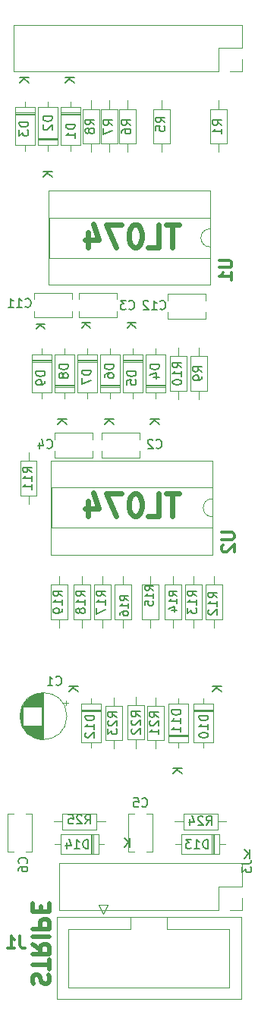
<source format=gbo>
%TF.GenerationSoftware,KiCad,Pcbnew,(7.0.0)*%
%TF.CreationDate,2023-02-14T18:26:25-05:00*%
%TF.ProjectId,ER-VCF-02-DB,45522d56-4346-42d3-9032-2d44422e6b69,1*%
%TF.SameCoordinates,Original*%
%TF.FileFunction,Legend,Bot*%
%TF.FilePolarity,Positive*%
%FSLAX46Y46*%
G04 Gerber Fmt 4.6, Leading zero omitted, Abs format (unit mm)*
G04 Created by KiCad (PCBNEW (7.0.0)) date 2023-02-14 18:26:25*
%MOMM*%
%LPD*%
G01*
G04 APERTURE LIST*
%ADD10C,0.625000*%
%ADD11C,0.476250*%
%ADD12C,0.150000*%
%ADD13C,0.304800*%
%ADD14C,0.330200*%
%ADD15C,0.120000*%
G04 APERTURE END LIST*
D10*
X55797619Y-54918441D02*
X54369048Y-54918441D01*
X55083334Y-57418441D02*
X55083334Y-54918441D01*
X52345238Y-57418441D02*
X53535714Y-57418441D01*
X53535714Y-57418441D02*
X53535714Y-54918441D01*
X51035714Y-54918441D02*
X50797619Y-54918441D01*
X50797619Y-54918441D02*
X50559523Y-55037489D01*
X50559523Y-55037489D02*
X50440476Y-55156536D01*
X50440476Y-55156536D02*
X50321428Y-55394631D01*
X50321428Y-55394631D02*
X50202381Y-55870822D01*
X50202381Y-55870822D02*
X50202381Y-56466060D01*
X50202381Y-56466060D02*
X50321428Y-56942250D01*
X50321428Y-56942250D02*
X50440476Y-57180346D01*
X50440476Y-57180346D02*
X50559523Y-57299393D01*
X50559523Y-57299393D02*
X50797619Y-57418441D01*
X50797619Y-57418441D02*
X51035714Y-57418441D01*
X51035714Y-57418441D02*
X51273809Y-57299393D01*
X51273809Y-57299393D02*
X51392857Y-57180346D01*
X51392857Y-57180346D02*
X51511904Y-56942250D01*
X51511904Y-56942250D02*
X51630952Y-56466060D01*
X51630952Y-56466060D02*
X51630952Y-55870822D01*
X51630952Y-55870822D02*
X51511904Y-55394631D01*
X51511904Y-55394631D02*
X51392857Y-55156536D01*
X51392857Y-55156536D02*
X51273809Y-55037489D01*
X51273809Y-55037489D02*
X51035714Y-54918441D01*
X49369048Y-54918441D02*
X47702381Y-54918441D01*
X47702381Y-54918441D02*
X48773810Y-57418441D01*
X45678572Y-55751774D02*
X45678572Y-57418441D01*
X46273810Y-54799393D02*
X46869048Y-56585108D01*
X46869048Y-56585108D02*
X45321429Y-56585108D01*
X55797618Y-84918452D02*
X54369047Y-84918452D01*
X55083333Y-87418452D02*
X55083333Y-84918452D01*
X52345237Y-87418452D02*
X53535713Y-87418452D01*
X53535713Y-87418452D02*
X53535713Y-84918452D01*
X51035713Y-84918452D02*
X50797618Y-84918452D01*
X50797618Y-84918452D02*
X50559522Y-85037500D01*
X50559522Y-85037500D02*
X50440475Y-85156547D01*
X50440475Y-85156547D02*
X50321427Y-85394642D01*
X50321427Y-85394642D02*
X50202380Y-85870833D01*
X50202380Y-85870833D02*
X50202380Y-86466071D01*
X50202380Y-86466071D02*
X50321427Y-86942261D01*
X50321427Y-86942261D02*
X50440475Y-87180357D01*
X50440475Y-87180357D02*
X50559522Y-87299404D01*
X50559522Y-87299404D02*
X50797618Y-87418452D01*
X50797618Y-87418452D02*
X51035713Y-87418452D01*
X51035713Y-87418452D02*
X51273808Y-87299404D01*
X51273808Y-87299404D02*
X51392856Y-87180357D01*
X51392856Y-87180357D02*
X51511903Y-86942261D01*
X51511903Y-86942261D02*
X51630951Y-86466071D01*
X51630951Y-86466071D02*
X51630951Y-85870833D01*
X51630951Y-85870833D02*
X51511903Y-85394642D01*
X51511903Y-85394642D02*
X51392856Y-85156547D01*
X51392856Y-85156547D02*
X51273808Y-85037500D01*
X51273808Y-85037500D02*
X51035713Y-84918452D01*
X49369047Y-84918452D02*
X47702380Y-84918452D01*
X47702380Y-84918452D02*
X48773809Y-87418452D01*
X45678571Y-85751785D02*
X45678571Y-87418452D01*
X46273809Y-84799404D02*
X46869047Y-86585119D01*
X46869047Y-86585119D02*
X45321428Y-86585119D01*
D11*
X39522853Y-139618356D02*
X39432139Y-139346214D01*
X39432139Y-139346214D02*
X39432139Y-138892642D01*
X39432139Y-138892642D02*
X39522853Y-138711214D01*
X39522853Y-138711214D02*
X39613567Y-138620499D01*
X39613567Y-138620499D02*
X39794996Y-138529785D01*
X39794996Y-138529785D02*
X39976425Y-138529785D01*
X39976425Y-138529785D02*
X40157853Y-138620499D01*
X40157853Y-138620499D02*
X40248567Y-138711214D01*
X40248567Y-138711214D02*
X40339282Y-138892642D01*
X40339282Y-138892642D02*
X40429996Y-139255499D01*
X40429996Y-139255499D02*
X40520710Y-139436928D01*
X40520710Y-139436928D02*
X40611425Y-139527642D01*
X40611425Y-139527642D02*
X40792853Y-139618356D01*
X40792853Y-139618356D02*
X40974282Y-139618356D01*
X40974282Y-139618356D02*
X41155710Y-139527642D01*
X41155710Y-139527642D02*
X41246425Y-139436928D01*
X41246425Y-139436928D02*
X41337139Y-139255499D01*
X41337139Y-139255499D02*
X41337139Y-138801928D01*
X41337139Y-138801928D02*
X41246425Y-138529785D01*
X41337139Y-137985499D02*
X41337139Y-136896928D01*
X39432139Y-137441213D02*
X41337139Y-137441213D01*
X39432139Y-135173356D02*
X40339282Y-135808356D01*
X39432139Y-136261927D02*
X41337139Y-136261927D01*
X41337139Y-136261927D02*
X41337139Y-135536213D01*
X41337139Y-135536213D02*
X41246425Y-135354784D01*
X41246425Y-135354784D02*
X41155710Y-135264070D01*
X41155710Y-135264070D02*
X40974282Y-135173356D01*
X40974282Y-135173356D02*
X40702139Y-135173356D01*
X40702139Y-135173356D02*
X40520710Y-135264070D01*
X40520710Y-135264070D02*
X40429996Y-135354784D01*
X40429996Y-135354784D02*
X40339282Y-135536213D01*
X40339282Y-135536213D02*
X40339282Y-136261927D01*
X39432139Y-134356927D02*
X41337139Y-134356927D01*
X39432139Y-133449784D02*
X41337139Y-133449784D01*
X41337139Y-133449784D02*
X41337139Y-132724070D01*
X41337139Y-132724070D02*
X41246425Y-132542641D01*
X41246425Y-132542641D02*
X41155710Y-132451927D01*
X41155710Y-132451927D02*
X40974282Y-132361213D01*
X40974282Y-132361213D02*
X40702139Y-132361213D01*
X40702139Y-132361213D02*
X40520710Y-132451927D01*
X40520710Y-132451927D02*
X40429996Y-132542641D01*
X40429996Y-132542641D02*
X40339282Y-132724070D01*
X40339282Y-132724070D02*
X40339282Y-133449784D01*
X40429996Y-131544784D02*
X40429996Y-130909784D01*
X39432139Y-130637641D02*
X39432139Y-131544784D01*
X39432139Y-131544784D02*
X41337139Y-131544784D01*
X41337139Y-131544784D02*
X41337139Y-130637641D01*
D12*
%TO.C,R13*%
X57771380Y-96357142D02*
X57295190Y-96023809D01*
X57771380Y-95785714D02*
X56771380Y-95785714D01*
X56771380Y-95785714D02*
X56771380Y-96166666D01*
X56771380Y-96166666D02*
X56819000Y-96261904D01*
X56819000Y-96261904D02*
X56866619Y-96309523D01*
X56866619Y-96309523D02*
X56961857Y-96357142D01*
X56961857Y-96357142D02*
X57104714Y-96357142D01*
X57104714Y-96357142D02*
X57199952Y-96309523D01*
X57199952Y-96309523D02*
X57247571Y-96261904D01*
X57247571Y-96261904D02*
X57295190Y-96166666D01*
X57295190Y-96166666D02*
X57295190Y-95785714D01*
X57771380Y-97309523D02*
X57771380Y-96738095D01*
X57771380Y-97023809D02*
X56771380Y-97023809D01*
X56771380Y-97023809D02*
X56914238Y-96928571D01*
X56914238Y-96928571D02*
X57009476Y-96833333D01*
X57009476Y-96833333D02*
X57057095Y-96738095D01*
X56771380Y-97642857D02*
X56771380Y-98261904D01*
X56771380Y-98261904D02*
X57152333Y-97928571D01*
X57152333Y-97928571D02*
X57152333Y-98071428D01*
X57152333Y-98071428D02*
X57199952Y-98166666D01*
X57199952Y-98166666D02*
X57247571Y-98214285D01*
X57247571Y-98214285D02*
X57342809Y-98261904D01*
X57342809Y-98261904D02*
X57580904Y-98261904D01*
X57580904Y-98261904D02*
X57676142Y-98214285D01*
X57676142Y-98214285D02*
X57723761Y-98166666D01*
X57723761Y-98166666D02*
X57771380Y-98071428D01*
X57771380Y-98071428D02*
X57771380Y-97785714D01*
X57771380Y-97785714D02*
X57723761Y-97690476D01*
X57723761Y-97690476D02*
X57676142Y-97642857D01*
D13*
%TO.C,J1*%
X38057666Y-134244231D02*
X38057666Y-135242088D01*
X38057666Y-135242088D02*
X38124189Y-135441659D01*
X38124189Y-135441659D02*
X38257237Y-135574707D01*
X38257237Y-135574707D02*
X38456808Y-135641231D01*
X38456808Y-135641231D02*
X38589856Y-135641231D01*
X36660666Y-135641231D02*
X37458951Y-135641231D01*
X37059808Y-135641231D02*
X37059808Y-134244231D01*
X37059808Y-134244231D02*
X37192856Y-134443802D01*
X37192856Y-134443802D02*
X37325904Y-134576850D01*
X37325904Y-134576850D02*
X37458951Y-134643374D01*
D12*
%TO.C,R12*%
X60057380Y-96512142D02*
X59581190Y-96178809D01*
X60057380Y-95940714D02*
X59057380Y-95940714D01*
X59057380Y-95940714D02*
X59057380Y-96321666D01*
X59057380Y-96321666D02*
X59105000Y-96416904D01*
X59105000Y-96416904D02*
X59152619Y-96464523D01*
X59152619Y-96464523D02*
X59247857Y-96512142D01*
X59247857Y-96512142D02*
X59390714Y-96512142D01*
X59390714Y-96512142D02*
X59485952Y-96464523D01*
X59485952Y-96464523D02*
X59533571Y-96416904D01*
X59533571Y-96416904D02*
X59581190Y-96321666D01*
X59581190Y-96321666D02*
X59581190Y-95940714D01*
X60057380Y-97464523D02*
X60057380Y-96893095D01*
X60057380Y-97178809D02*
X59057380Y-97178809D01*
X59057380Y-97178809D02*
X59200238Y-97083571D01*
X59200238Y-97083571D02*
X59295476Y-96988333D01*
X59295476Y-96988333D02*
X59343095Y-96893095D01*
X59152619Y-97845476D02*
X59105000Y-97893095D01*
X59105000Y-97893095D02*
X59057380Y-97988333D01*
X59057380Y-97988333D02*
X59057380Y-98226428D01*
X59057380Y-98226428D02*
X59105000Y-98321666D01*
X59105000Y-98321666D02*
X59152619Y-98369285D01*
X59152619Y-98369285D02*
X59247857Y-98416904D01*
X59247857Y-98416904D02*
X59343095Y-98416904D01*
X59343095Y-98416904D02*
X59485952Y-98369285D01*
X59485952Y-98369285D02*
X60057380Y-97797857D01*
X60057380Y-97797857D02*
X60057380Y-98416904D01*
%TO.C,C11*%
X38642853Y-64032151D02*
X38690472Y-64079770D01*
X38690472Y-64079770D02*
X38833329Y-64127389D01*
X38833329Y-64127389D02*
X38928567Y-64127389D01*
X38928567Y-64127389D02*
X39071424Y-64079770D01*
X39071424Y-64079770D02*
X39166662Y-63984532D01*
X39166662Y-63984532D02*
X39214281Y-63889294D01*
X39214281Y-63889294D02*
X39261900Y-63698818D01*
X39261900Y-63698818D02*
X39261900Y-63555961D01*
X39261900Y-63555961D02*
X39214281Y-63365485D01*
X39214281Y-63365485D02*
X39166662Y-63270247D01*
X39166662Y-63270247D02*
X39071424Y-63175009D01*
X39071424Y-63175009D02*
X38928567Y-63127389D01*
X38928567Y-63127389D02*
X38833329Y-63127389D01*
X38833329Y-63127389D02*
X38690472Y-63175009D01*
X38690472Y-63175009D02*
X38642853Y-63222628D01*
X37690472Y-64127389D02*
X38261900Y-64127389D01*
X37976186Y-64127389D02*
X37976186Y-63127389D01*
X37976186Y-63127389D02*
X38071424Y-63270247D01*
X38071424Y-63270247D02*
X38166662Y-63365485D01*
X38166662Y-63365485D02*
X38261900Y-63413104D01*
X36738091Y-64127389D02*
X37309519Y-64127389D01*
X37023805Y-64127389D02*
X37023805Y-63127389D01*
X37023805Y-63127389D02*
X37119043Y-63270247D01*
X37119043Y-63270247D02*
X37214281Y-63365485D01*
X37214281Y-63365485D02*
X37309519Y-63413104D01*
%TO.C,R15*%
X52904602Y-95694499D02*
X52481269Y-95398166D01*
X52904602Y-95186499D02*
X52015602Y-95186499D01*
X52015602Y-95186499D02*
X52015602Y-95525166D01*
X52015602Y-95525166D02*
X52057936Y-95609833D01*
X52057936Y-95609833D02*
X52100269Y-95652166D01*
X52100269Y-95652166D02*
X52184936Y-95694499D01*
X52184936Y-95694499D02*
X52311936Y-95694499D01*
X52311936Y-95694499D02*
X52396602Y-95652166D01*
X52396602Y-95652166D02*
X52438936Y-95609833D01*
X52438936Y-95609833D02*
X52481269Y-95525166D01*
X52481269Y-95525166D02*
X52481269Y-95186499D01*
X52904602Y-96541166D02*
X52904602Y-96033166D01*
X52904602Y-96287166D02*
X52015602Y-96287166D01*
X52015602Y-96287166D02*
X52142602Y-96202499D01*
X52142602Y-96202499D02*
X52227269Y-96117833D01*
X52227269Y-96117833D02*
X52269602Y-96033166D01*
X52015602Y-97345500D02*
X52015602Y-96922166D01*
X52015602Y-96922166D02*
X52438936Y-96879833D01*
X52438936Y-96879833D02*
X52396602Y-96922166D01*
X52396602Y-96922166D02*
X52354269Y-97006833D01*
X52354269Y-97006833D02*
X52354269Y-97218500D01*
X52354269Y-97218500D02*
X52396602Y-97303166D01*
X52396602Y-97303166D02*
X52438936Y-97345500D01*
X52438936Y-97345500D02*
X52523602Y-97387833D01*
X52523602Y-97387833D02*
X52735269Y-97387833D01*
X52735269Y-97387833D02*
X52819936Y-97345500D01*
X52819936Y-97345500D02*
X52862269Y-97303166D01*
X52862269Y-97303166D02*
X52904602Y-97218500D01*
X52904602Y-97218500D02*
X52904602Y-97006833D01*
X52904602Y-97006833D02*
X52862269Y-96922166D01*
X52862269Y-96922166D02*
X52819936Y-96879833D01*
%TO.C,D1*%
X44182380Y-43711905D02*
X43182380Y-43711905D01*
X43182380Y-43711905D02*
X43182380Y-43950000D01*
X43182380Y-43950000D02*
X43230000Y-44092857D01*
X43230000Y-44092857D02*
X43325238Y-44188095D01*
X43325238Y-44188095D02*
X43420476Y-44235714D01*
X43420476Y-44235714D02*
X43610952Y-44283333D01*
X43610952Y-44283333D02*
X43753809Y-44283333D01*
X43753809Y-44283333D02*
X43944285Y-44235714D01*
X43944285Y-44235714D02*
X44039523Y-44188095D01*
X44039523Y-44188095D02*
X44134761Y-44092857D01*
X44134761Y-44092857D02*
X44182380Y-43950000D01*
X44182380Y-43950000D02*
X44182380Y-43711905D01*
X44182380Y-45235714D02*
X44182380Y-44664286D01*
X44182380Y-44950000D02*
X43182380Y-44950000D01*
X43182380Y-44950000D02*
X43325238Y-44854762D01*
X43325238Y-44854762D02*
X43420476Y-44759524D01*
X43420476Y-44759524D02*
X43468095Y-44664286D01*
X44106180Y-38498495D02*
X43106180Y-38498495D01*
X44106180Y-39069923D02*
X43534752Y-38641352D01*
X43106180Y-39069923D02*
X43677609Y-38498495D01*
%TO.C,C6*%
X38780142Y-126139333D02*
X38827761Y-126091714D01*
X38827761Y-126091714D02*
X38875380Y-125948857D01*
X38875380Y-125948857D02*
X38875380Y-125853619D01*
X38875380Y-125853619D02*
X38827761Y-125710762D01*
X38827761Y-125710762D02*
X38732523Y-125615524D01*
X38732523Y-125615524D02*
X38637285Y-125567905D01*
X38637285Y-125567905D02*
X38446809Y-125520286D01*
X38446809Y-125520286D02*
X38303952Y-125520286D01*
X38303952Y-125520286D02*
X38113476Y-125567905D01*
X38113476Y-125567905D02*
X38018238Y-125615524D01*
X38018238Y-125615524D02*
X37923000Y-125710762D01*
X37923000Y-125710762D02*
X37875380Y-125853619D01*
X37875380Y-125853619D02*
X37875380Y-125948857D01*
X37875380Y-125948857D02*
X37923000Y-126091714D01*
X37923000Y-126091714D02*
X37970619Y-126139333D01*
X37875380Y-126996476D02*
X37875380Y-126806000D01*
X37875380Y-126806000D02*
X37923000Y-126710762D01*
X37923000Y-126710762D02*
X37970619Y-126663143D01*
X37970619Y-126663143D02*
X38113476Y-126567905D01*
X38113476Y-126567905D02*
X38303952Y-126520286D01*
X38303952Y-126520286D02*
X38684904Y-126520286D01*
X38684904Y-126520286D02*
X38780142Y-126567905D01*
X38780142Y-126567905D02*
X38827761Y-126615524D01*
X38827761Y-126615524D02*
X38875380Y-126710762D01*
X38875380Y-126710762D02*
X38875380Y-126901238D01*
X38875380Y-126901238D02*
X38827761Y-126996476D01*
X38827761Y-126996476D02*
X38780142Y-127044095D01*
X38780142Y-127044095D02*
X38684904Y-127091714D01*
X38684904Y-127091714D02*
X38446809Y-127091714D01*
X38446809Y-127091714D02*
X38351571Y-127044095D01*
X38351571Y-127044095D02*
X38303952Y-126996476D01*
X38303952Y-126996476D02*
X38256333Y-126901238D01*
X38256333Y-126901238D02*
X38256333Y-126710762D01*
X38256333Y-126710762D02*
X38303952Y-126615524D01*
X38303952Y-126615524D02*
X38351571Y-126567905D01*
X38351571Y-126567905D02*
X38446809Y-126520286D01*
%TO.C,R11*%
X39367380Y-82547142D02*
X38891190Y-82213809D01*
X39367380Y-81975714D02*
X38367380Y-81975714D01*
X38367380Y-81975714D02*
X38367380Y-82356666D01*
X38367380Y-82356666D02*
X38415000Y-82451904D01*
X38415000Y-82451904D02*
X38462619Y-82499523D01*
X38462619Y-82499523D02*
X38557857Y-82547142D01*
X38557857Y-82547142D02*
X38700714Y-82547142D01*
X38700714Y-82547142D02*
X38795952Y-82499523D01*
X38795952Y-82499523D02*
X38843571Y-82451904D01*
X38843571Y-82451904D02*
X38891190Y-82356666D01*
X38891190Y-82356666D02*
X38891190Y-81975714D01*
X39367380Y-83499523D02*
X39367380Y-82928095D01*
X39367380Y-83213809D02*
X38367380Y-83213809D01*
X38367380Y-83213809D02*
X38510238Y-83118571D01*
X38510238Y-83118571D02*
X38605476Y-83023333D01*
X38605476Y-83023333D02*
X38653095Y-82928095D01*
X39367380Y-84451904D02*
X39367380Y-83880476D01*
X39367380Y-84166190D02*
X38367380Y-84166190D01*
X38367380Y-84166190D02*
X38510238Y-84070952D01*
X38510238Y-84070952D02*
X38605476Y-83975714D01*
X38605476Y-83975714D02*
X38653095Y-83880476D01*
%TO.C,C5*%
X51666666Y-119772142D02*
X51714285Y-119819761D01*
X51714285Y-119819761D02*
X51857142Y-119867380D01*
X51857142Y-119867380D02*
X51952380Y-119867380D01*
X51952380Y-119867380D02*
X52095237Y-119819761D01*
X52095237Y-119819761D02*
X52190475Y-119724523D01*
X52190475Y-119724523D02*
X52238094Y-119629285D01*
X52238094Y-119629285D02*
X52285713Y-119438809D01*
X52285713Y-119438809D02*
X52285713Y-119295952D01*
X52285713Y-119295952D02*
X52238094Y-119105476D01*
X52238094Y-119105476D02*
X52190475Y-119010238D01*
X52190475Y-119010238D02*
X52095237Y-118915000D01*
X52095237Y-118915000D02*
X51952380Y-118867380D01*
X51952380Y-118867380D02*
X51857142Y-118867380D01*
X51857142Y-118867380D02*
X51714285Y-118915000D01*
X51714285Y-118915000D02*
X51666666Y-118962619D01*
X50761904Y-118867380D02*
X51238094Y-118867380D01*
X51238094Y-118867380D02*
X51285713Y-119343571D01*
X51285713Y-119343571D02*
X51238094Y-119295952D01*
X51238094Y-119295952D02*
X51142856Y-119248333D01*
X51142856Y-119248333D02*
X50904761Y-119248333D01*
X50904761Y-119248333D02*
X50809523Y-119295952D01*
X50809523Y-119295952D02*
X50761904Y-119343571D01*
X50761904Y-119343571D02*
X50714285Y-119438809D01*
X50714285Y-119438809D02*
X50714285Y-119676904D01*
X50714285Y-119676904D02*
X50761904Y-119772142D01*
X50761904Y-119772142D02*
X50809523Y-119819761D01*
X50809523Y-119819761D02*
X50904761Y-119867380D01*
X50904761Y-119867380D02*
X51142856Y-119867380D01*
X51142856Y-119867380D02*
X51238094Y-119819761D01*
X51238094Y-119819761D02*
X51285713Y-119772142D01*
%TO.C,R21*%
X53525380Y-109857142D02*
X53049190Y-109523809D01*
X53525380Y-109285714D02*
X52525380Y-109285714D01*
X52525380Y-109285714D02*
X52525380Y-109666666D01*
X52525380Y-109666666D02*
X52573000Y-109761904D01*
X52573000Y-109761904D02*
X52620619Y-109809523D01*
X52620619Y-109809523D02*
X52715857Y-109857142D01*
X52715857Y-109857142D02*
X52858714Y-109857142D01*
X52858714Y-109857142D02*
X52953952Y-109809523D01*
X52953952Y-109809523D02*
X53001571Y-109761904D01*
X53001571Y-109761904D02*
X53049190Y-109666666D01*
X53049190Y-109666666D02*
X53049190Y-109285714D01*
X52620619Y-110238095D02*
X52573000Y-110285714D01*
X52573000Y-110285714D02*
X52525380Y-110380952D01*
X52525380Y-110380952D02*
X52525380Y-110619047D01*
X52525380Y-110619047D02*
X52573000Y-110714285D01*
X52573000Y-110714285D02*
X52620619Y-110761904D01*
X52620619Y-110761904D02*
X52715857Y-110809523D01*
X52715857Y-110809523D02*
X52811095Y-110809523D01*
X52811095Y-110809523D02*
X52953952Y-110761904D01*
X52953952Y-110761904D02*
X53525380Y-110190476D01*
X53525380Y-110190476D02*
X53525380Y-110809523D01*
X53525380Y-111761904D02*
X53525380Y-111190476D01*
X53525380Y-111476190D02*
X52525380Y-111476190D01*
X52525380Y-111476190D02*
X52668238Y-111380952D01*
X52668238Y-111380952D02*
X52763476Y-111285714D01*
X52763476Y-111285714D02*
X52811095Y-111190476D01*
%TO.C,R1*%
X60565380Y-43833333D02*
X60089190Y-43500000D01*
X60565380Y-43261905D02*
X59565380Y-43261905D01*
X59565380Y-43261905D02*
X59565380Y-43642857D01*
X59565380Y-43642857D02*
X59613000Y-43738095D01*
X59613000Y-43738095D02*
X59660619Y-43785714D01*
X59660619Y-43785714D02*
X59755857Y-43833333D01*
X59755857Y-43833333D02*
X59898714Y-43833333D01*
X59898714Y-43833333D02*
X59993952Y-43785714D01*
X59993952Y-43785714D02*
X60041571Y-43738095D01*
X60041571Y-43738095D02*
X60089190Y-43642857D01*
X60089190Y-43642857D02*
X60089190Y-43261905D01*
X60565380Y-44785714D02*
X60565380Y-44214286D01*
X60565380Y-44500000D02*
X59565380Y-44500000D01*
X59565380Y-44500000D02*
X59708238Y-44404762D01*
X59708238Y-44404762D02*
X59803476Y-44309524D01*
X59803476Y-44309524D02*
X59851095Y-44214286D01*
%TO.C,D3*%
X38975380Y-43457905D02*
X37975380Y-43457905D01*
X37975380Y-43457905D02*
X37975380Y-43696000D01*
X37975380Y-43696000D02*
X38023000Y-43838857D01*
X38023000Y-43838857D02*
X38118238Y-43934095D01*
X38118238Y-43934095D02*
X38213476Y-43981714D01*
X38213476Y-43981714D02*
X38403952Y-44029333D01*
X38403952Y-44029333D02*
X38546809Y-44029333D01*
X38546809Y-44029333D02*
X38737285Y-43981714D01*
X38737285Y-43981714D02*
X38832523Y-43934095D01*
X38832523Y-43934095D02*
X38927761Y-43838857D01*
X38927761Y-43838857D02*
X38975380Y-43696000D01*
X38975380Y-43696000D02*
X38975380Y-43457905D01*
X37975380Y-44362667D02*
X37975380Y-44981714D01*
X37975380Y-44981714D02*
X38356333Y-44648381D01*
X38356333Y-44648381D02*
X38356333Y-44791238D01*
X38356333Y-44791238D02*
X38403952Y-44886476D01*
X38403952Y-44886476D02*
X38451571Y-44934095D01*
X38451571Y-44934095D02*
X38546809Y-44981714D01*
X38546809Y-44981714D02*
X38784904Y-44981714D01*
X38784904Y-44981714D02*
X38880142Y-44934095D01*
X38880142Y-44934095D02*
X38927761Y-44886476D01*
X38927761Y-44886476D02*
X38975380Y-44791238D01*
X38975380Y-44791238D02*
X38975380Y-44505524D01*
X38975380Y-44505524D02*
X38927761Y-44410286D01*
X38927761Y-44410286D02*
X38880142Y-44362667D01*
X39026180Y-38473095D02*
X38026180Y-38473095D01*
X39026180Y-39044523D02*
X38454752Y-38615952D01*
X38026180Y-39044523D02*
X38597609Y-38473095D01*
%TO.C,D14*%
X45650285Y-124494380D02*
X45650285Y-123494380D01*
X45650285Y-123494380D02*
X45412190Y-123494380D01*
X45412190Y-123494380D02*
X45269333Y-123542000D01*
X45269333Y-123542000D02*
X45174095Y-123637238D01*
X45174095Y-123637238D02*
X45126476Y-123732476D01*
X45126476Y-123732476D02*
X45078857Y-123922952D01*
X45078857Y-123922952D02*
X45078857Y-124065809D01*
X45078857Y-124065809D02*
X45126476Y-124256285D01*
X45126476Y-124256285D02*
X45174095Y-124351523D01*
X45174095Y-124351523D02*
X45269333Y-124446761D01*
X45269333Y-124446761D02*
X45412190Y-124494380D01*
X45412190Y-124494380D02*
X45650285Y-124494380D01*
X44126476Y-124494380D02*
X44697904Y-124494380D01*
X44412190Y-124494380D02*
X44412190Y-123494380D01*
X44412190Y-123494380D02*
X44507428Y-123637238D01*
X44507428Y-123637238D02*
X44602666Y-123732476D01*
X44602666Y-123732476D02*
X44697904Y-123780095D01*
X43269333Y-123827714D02*
X43269333Y-124494380D01*
X43507428Y-123446761D02*
X43745523Y-124161047D01*
X43745523Y-124161047D02*
X43126476Y-124161047D01*
X50285904Y-124367380D02*
X50285904Y-123367380D01*
X49714476Y-124367380D02*
X50143047Y-123795952D01*
X49714476Y-123367380D02*
X50285904Y-123938809D01*
%TO.C,D9*%
X40841380Y-71270905D02*
X39841380Y-71270905D01*
X39841380Y-71270905D02*
X39841380Y-71509000D01*
X39841380Y-71509000D02*
X39889000Y-71651857D01*
X39889000Y-71651857D02*
X39984238Y-71747095D01*
X39984238Y-71747095D02*
X40079476Y-71794714D01*
X40079476Y-71794714D02*
X40269952Y-71842333D01*
X40269952Y-71842333D02*
X40412809Y-71842333D01*
X40412809Y-71842333D02*
X40603285Y-71794714D01*
X40603285Y-71794714D02*
X40698523Y-71747095D01*
X40698523Y-71747095D02*
X40793761Y-71651857D01*
X40793761Y-71651857D02*
X40841380Y-71509000D01*
X40841380Y-71509000D02*
X40841380Y-71270905D01*
X40841380Y-72318524D02*
X40841380Y-72509000D01*
X40841380Y-72509000D02*
X40793761Y-72604238D01*
X40793761Y-72604238D02*
X40746142Y-72651857D01*
X40746142Y-72651857D02*
X40603285Y-72747095D01*
X40603285Y-72747095D02*
X40412809Y-72794714D01*
X40412809Y-72794714D02*
X40031857Y-72794714D01*
X40031857Y-72794714D02*
X39936619Y-72747095D01*
X39936619Y-72747095D02*
X39889000Y-72699476D01*
X39889000Y-72699476D02*
X39841380Y-72604238D01*
X39841380Y-72604238D02*
X39841380Y-72413762D01*
X39841380Y-72413762D02*
X39889000Y-72318524D01*
X39889000Y-72318524D02*
X39936619Y-72270905D01*
X39936619Y-72270905D02*
X40031857Y-72223286D01*
X40031857Y-72223286D02*
X40269952Y-72223286D01*
X40269952Y-72223286D02*
X40365190Y-72270905D01*
X40365190Y-72270905D02*
X40412809Y-72318524D01*
X40412809Y-72318524D02*
X40460428Y-72413762D01*
X40460428Y-72413762D02*
X40460428Y-72604238D01*
X40460428Y-72604238D02*
X40412809Y-72699476D01*
X40412809Y-72699476D02*
X40365190Y-72747095D01*
X40365190Y-72747095D02*
X40269952Y-72794714D01*
X40854980Y-65981295D02*
X39854980Y-65981295D01*
X40854980Y-66552723D02*
X40283552Y-66124152D01*
X39854980Y-66552723D02*
X40426409Y-65981295D01*
%TO.C,D7*%
X45960380Y-71143905D02*
X44960380Y-71143905D01*
X44960380Y-71143905D02*
X44960380Y-71382000D01*
X44960380Y-71382000D02*
X45008000Y-71524857D01*
X45008000Y-71524857D02*
X45103238Y-71620095D01*
X45103238Y-71620095D02*
X45198476Y-71667714D01*
X45198476Y-71667714D02*
X45388952Y-71715333D01*
X45388952Y-71715333D02*
X45531809Y-71715333D01*
X45531809Y-71715333D02*
X45722285Y-71667714D01*
X45722285Y-71667714D02*
X45817523Y-71620095D01*
X45817523Y-71620095D02*
X45912761Y-71524857D01*
X45912761Y-71524857D02*
X45960380Y-71382000D01*
X45960380Y-71382000D02*
X45960380Y-71143905D01*
X44960380Y-72048667D02*
X44960380Y-72715333D01*
X44960380Y-72715333D02*
X45960380Y-72286762D01*
X45934980Y-65879695D02*
X44934980Y-65879695D01*
X45934980Y-66451123D02*
X45363552Y-66022552D01*
X44934980Y-66451123D02*
X45506409Y-65879695D01*
%TO.C,R5*%
X54215380Y-43521333D02*
X53739190Y-43188000D01*
X54215380Y-42949905D02*
X53215380Y-42949905D01*
X53215380Y-42949905D02*
X53215380Y-43330857D01*
X53215380Y-43330857D02*
X53263000Y-43426095D01*
X53263000Y-43426095D02*
X53310619Y-43473714D01*
X53310619Y-43473714D02*
X53405857Y-43521333D01*
X53405857Y-43521333D02*
X53548714Y-43521333D01*
X53548714Y-43521333D02*
X53643952Y-43473714D01*
X53643952Y-43473714D02*
X53691571Y-43426095D01*
X53691571Y-43426095D02*
X53739190Y-43330857D01*
X53739190Y-43330857D02*
X53739190Y-42949905D01*
X53215380Y-44426095D02*
X53215380Y-43949905D01*
X53215380Y-43949905D02*
X53691571Y-43902286D01*
X53691571Y-43902286D02*
X53643952Y-43949905D01*
X53643952Y-43949905D02*
X53596333Y-44045143D01*
X53596333Y-44045143D02*
X53596333Y-44283238D01*
X53596333Y-44283238D02*
X53643952Y-44378476D01*
X53643952Y-44378476D02*
X53691571Y-44426095D01*
X53691571Y-44426095D02*
X53786809Y-44473714D01*
X53786809Y-44473714D02*
X54024904Y-44473714D01*
X54024904Y-44473714D02*
X54120142Y-44426095D01*
X54120142Y-44426095D02*
X54167761Y-44378476D01*
X54167761Y-44378476D02*
X54215380Y-44283238D01*
X54215380Y-44283238D02*
X54215380Y-44045143D01*
X54215380Y-44045143D02*
X54167761Y-43949905D01*
X54167761Y-43949905D02*
X54120142Y-43902286D01*
%TO.C,R22*%
X51485380Y-109791142D02*
X51009190Y-109457809D01*
X51485380Y-109219714D02*
X50485380Y-109219714D01*
X50485380Y-109219714D02*
X50485380Y-109600666D01*
X50485380Y-109600666D02*
X50533000Y-109695904D01*
X50533000Y-109695904D02*
X50580619Y-109743523D01*
X50580619Y-109743523D02*
X50675857Y-109791142D01*
X50675857Y-109791142D02*
X50818714Y-109791142D01*
X50818714Y-109791142D02*
X50913952Y-109743523D01*
X50913952Y-109743523D02*
X50961571Y-109695904D01*
X50961571Y-109695904D02*
X51009190Y-109600666D01*
X51009190Y-109600666D02*
X51009190Y-109219714D01*
X50580619Y-110172095D02*
X50533000Y-110219714D01*
X50533000Y-110219714D02*
X50485380Y-110314952D01*
X50485380Y-110314952D02*
X50485380Y-110553047D01*
X50485380Y-110553047D02*
X50533000Y-110648285D01*
X50533000Y-110648285D02*
X50580619Y-110695904D01*
X50580619Y-110695904D02*
X50675857Y-110743523D01*
X50675857Y-110743523D02*
X50771095Y-110743523D01*
X50771095Y-110743523D02*
X50913952Y-110695904D01*
X50913952Y-110695904D02*
X51485380Y-110124476D01*
X51485380Y-110124476D02*
X51485380Y-110743523D01*
X50580619Y-111124476D02*
X50533000Y-111172095D01*
X50533000Y-111172095D02*
X50485380Y-111267333D01*
X50485380Y-111267333D02*
X50485380Y-111505428D01*
X50485380Y-111505428D02*
X50533000Y-111600666D01*
X50533000Y-111600666D02*
X50580619Y-111648285D01*
X50580619Y-111648285D02*
X50675857Y-111695904D01*
X50675857Y-111695904D02*
X50771095Y-111695904D01*
X50771095Y-111695904D02*
X50913952Y-111648285D01*
X50913952Y-111648285D02*
X51485380Y-111076857D01*
X51485380Y-111076857D02*
X51485380Y-111695904D01*
%TO.C,C12*%
X53688867Y-64280142D02*
X53736486Y-64327761D01*
X53736486Y-64327761D02*
X53879343Y-64375380D01*
X53879343Y-64375380D02*
X53974581Y-64375380D01*
X53974581Y-64375380D02*
X54117438Y-64327761D01*
X54117438Y-64327761D02*
X54212676Y-64232523D01*
X54212676Y-64232523D02*
X54260295Y-64137285D01*
X54260295Y-64137285D02*
X54307914Y-63946809D01*
X54307914Y-63946809D02*
X54307914Y-63803952D01*
X54307914Y-63803952D02*
X54260295Y-63613476D01*
X54260295Y-63613476D02*
X54212676Y-63518238D01*
X54212676Y-63518238D02*
X54117438Y-63423000D01*
X54117438Y-63423000D02*
X53974581Y-63375380D01*
X53974581Y-63375380D02*
X53879343Y-63375380D01*
X53879343Y-63375380D02*
X53736486Y-63423000D01*
X53736486Y-63423000D02*
X53688867Y-63470619D01*
X52736486Y-64375380D02*
X53307914Y-64375380D01*
X53022200Y-64375380D02*
X53022200Y-63375380D01*
X53022200Y-63375380D02*
X53117438Y-63518238D01*
X53117438Y-63518238D02*
X53212676Y-63613476D01*
X53212676Y-63613476D02*
X53307914Y-63661095D01*
X52355533Y-63470619D02*
X52307914Y-63423000D01*
X52307914Y-63423000D02*
X52212676Y-63375380D01*
X52212676Y-63375380D02*
X51974581Y-63375380D01*
X51974581Y-63375380D02*
X51879343Y-63423000D01*
X51879343Y-63423000D02*
X51831724Y-63470619D01*
X51831724Y-63470619D02*
X51784105Y-63565857D01*
X51784105Y-63565857D02*
X51784105Y-63661095D01*
X51784105Y-63661095D02*
X51831724Y-63803952D01*
X51831724Y-63803952D02*
X52403152Y-64375380D01*
X52403152Y-64375380D02*
X51784105Y-64375380D01*
%TO.C,R14*%
X55571602Y-96329499D02*
X55148269Y-96033166D01*
X55571602Y-95821499D02*
X54682602Y-95821499D01*
X54682602Y-95821499D02*
X54682602Y-96160166D01*
X54682602Y-96160166D02*
X54724936Y-96244833D01*
X54724936Y-96244833D02*
X54767269Y-96287166D01*
X54767269Y-96287166D02*
X54851936Y-96329499D01*
X54851936Y-96329499D02*
X54978936Y-96329499D01*
X54978936Y-96329499D02*
X55063602Y-96287166D01*
X55063602Y-96287166D02*
X55105936Y-96244833D01*
X55105936Y-96244833D02*
X55148269Y-96160166D01*
X55148269Y-96160166D02*
X55148269Y-95821499D01*
X55571602Y-97176166D02*
X55571602Y-96668166D01*
X55571602Y-96922166D02*
X54682602Y-96922166D01*
X54682602Y-96922166D02*
X54809602Y-96837499D01*
X54809602Y-96837499D02*
X54894269Y-96752833D01*
X54894269Y-96752833D02*
X54936602Y-96668166D01*
X54978936Y-97938166D02*
X55571602Y-97938166D01*
X54640269Y-97726500D02*
X55275269Y-97514833D01*
X55275269Y-97514833D02*
X55275269Y-98065166D01*
%TO.C,D10*%
X59041380Y-109656714D02*
X58041380Y-109656714D01*
X58041380Y-109656714D02*
X58041380Y-109894809D01*
X58041380Y-109894809D02*
X58089000Y-110037666D01*
X58089000Y-110037666D02*
X58184238Y-110132904D01*
X58184238Y-110132904D02*
X58279476Y-110180523D01*
X58279476Y-110180523D02*
X58469952Y-110228142D01*
X58469952Y-110228142D02*
X58612809Y-110228142D01*
X58612809Y-110228142D02*
X58803285Y-110180523D01*
X58803285Y-110180523D02*
X58898523Y-110132904D01*
X58898523Y-110132904D02*
X58993761Y-110037666D01*
X58993761Y-110037666D02*
X59041380Y-109894809D01*
X59041380Y-109894809D02*
X59041380Y-109656714D01*
X59041380Y-111180523D02*
X59041380Y-110609095D01*
X59041380Y-110894809D02*
X58041380Y-110894809D01*
X58041380Y-110894809D02*
X58184238Y-110799571D01*
X58184238Y-110799571D02*
X58279476Y-110704333D01*
X58279476Y-110704333D02*
X58327095Y-110609095D01*
X58041380Y-111799571D02*
X58041380Y-111894809D01*
X58041380Y-111894809D02*
X58089000Y-111990047D01*
X58089000Y-111990047D02*
X58136619Y-112037666D01*
X58136619Y-112037666D02*
X58231857Y-112085285D01*
X58231857Y-112085285D02*
X58422333Y-112132904D01*
X58422333Y-112132904D02*
X58660428Y-112132904D01*
X58660428Y-112132904D02*
X58850904Y-112085285D01*
X58850904Y-112085285D02*
X58946142Y-112037666D01*
X58946142Y-112037666D02*
X58993761Y-111990047D01*
X58993761Y-111990047D02*
X59041380Y-111894809D01*
X59041380Y-111894809D02*
X59041380Y-111799571D01*
X59041380Y-111799571D02*
X58993761Y-111704333D01*
X58993761Y-111704333D02*
X58946142Y-111656714D01*
X58946142Y-111656714D02*
X58850904Y-111609095D01*
X58850904Y-111609095D02*
X58660428Y-111561476D01*
X58660428Y-111561476D02*
X58422333Y-111561476D01*
X58422333Y-111561476D02*
X58231857Y-111609095D01*
X58231857Y-111609095D02*
X58136619Y-111656714D01*
X58136619Y-111656714D02*
X58089000Y-111704333D01*
X58089000Y-111704333D02*
X58041380Y-111799571D01*
X60565380Y-106418095D02*
X59565380Y-106418095D01*
X60565380Y-106989523D02*
X59993952Y-106560952D01*
X59565380Y-106989523D02*
X60136809Y-106418095D01*
%TO.C,R18*%
X45325380Y-96357142D02*
X44849190Y-96023809D01*
X45325380Y-95785714D02*
X44325380Y-95785714D01*
X44325380Y-95785714D02*
X44325380Y-96166666D01*
X44325380Y-96166666D02*
X44373000Y-96261904D01*
X44373000Y-96261904D02*
X44420619Y-96309523D01*
X44420619Y-96309523D02*
X44515857Y-96357142D01*
X44515857Y-96357142D02*
X44658714Y-96357142D01*
X44658714Y-96357142D02*
X44753952Y-96309523D01*
X44753952Y-96309523D02*
X44801571Y-96261904D01*
X44801571Y-96261904D02*
X44849190Y-96166666D01*
X44849190Y-96166666D02*
X44849190Y-95785714D01*
X45325380Y-97309523D02*
X45325380Y-96738095D01*
X45325380Y-97023809D02*
X44325380Y-97023809D01*
X44325380Y-97023809D02*
X44468238Y-96928571D01*
X44468238Y-96928571D02*
X44563476Y-96833333D01*
X44563476Y-96833333D02*
X44611095Y-96738095D01*
X44753952Y-97880952D02*
X44706333Y-97785714D01*
X44706333Y-97785714D02*
X44658714Y-97738095D01*
X44658714Y-97738095D02*
X44563476Y-97690476D01*
X44563476Y-97690476D02*
X44515857Y-97690476D01*
X44515857Y-97690476D02*
X44420619Y-97738095D01*
X44420619Y-97738095D02*
X44373000Y-97785714D01*
X44373000Y-97785714D02*
X44325380Y-97880952D01*
X44325380Y-97880952D02*
X44325380Y-98071428D01*
X44325380Y-98071428D02*
X44373000Y-98166666D01*
X44373000Y-98166666D02*
X44420619Y-98214285D01*
X44420619Y-98214285D02*
X44515857Y-98261904D01*
X44515857Y-98261904D02*
X44563476Y-98261904D01*
X44563476Y-98261904D02*
X44658714Y-98214285D01*
X44658714Y-98214285D02*
X44706333Y-98166666D01*
X44706333Y-98166666D02*
X44753952Y-98071428D01*
X44753952Y-98071428D02*
X44753952Y-97880952D01*
X44753952Y-97880952D02*
X44801571Y-97785714D01*
X44801571Y-97785714D02*
X44849190Y-97738095D01*
X44849190Y-97738095D02*
X44944428Y-97690476D01*
X44944428Y-97690476D02*
X45134904Y-97690476D01*
X45134904Y-97690476D02*
X45230142Y-97738095D01*
X45230142Y-97738095D02*
X45277761Y-97785714D01*
X45277761Y-97785714D02*
X45325380Y-97880952D01*
X45325380Y-97880952D02*
X45325380Y-98071428D01*
X45325380Y-98071428D02*
X45277761Y-98166666D01*
X45277761Y-98166666D02*
X45230142Y-98214285D01*
X45230142Y-98214285D02*
X45134904Y-98261904D01*
X45134904Y-98261904D02*
X44944428Y-98261904D01*
X44944428Y-98261904D02*
X44849190Y-98214285D01*
X44849190Y-98214285D02*
X44801571Y-98166666D01*
X44801571Y-98166666D02*
X44753952Y-98071428D01*
%TO.C,D8*%
X43420380Y-70508905D02*
X42420380Y-70508905D01*
X42420380Y-70508905D02*
X42420380Y-70747000D01*
X42420380Y-70747000D02*
X42468000Y-70889857D01*
X42468000Y-70889857D02*
X42563238Y-70985095D01*
X42563238Y-70985095D02*
X42658476Y-71032714D01*
X42658476Y-71032714D02*
X42848952Y-71080333D01*
X42848952Y-71080333D02*
X42991809Y-71080333D01*
X42991809Y-71080333D02*
X43182285Y-71032714D01*
X43182285Y-71032714D02*
X43277523Y-70985095D01*
X43277523Y-70985095D02*
X43372761Y-70889857D01*
X43372761Y-70889857D02*
X43420380Y-70747000D01*
X43420380Y-70747000D02*
X43420380Y-70508905D01*
X42848952Y-71651762D02*
X42801333Y-71556524D01*
X42801333Y-71556524D02*
X42753714Y-71508905D01*
X42753714Y-71508905D02*
X42658476Y-71461286D01*
X42658476Y-71461286D02*
X42610857Y-71461286D01*
X42610857Y-71461286D02*
X42515619Y-71508905D01*
X42515619Y-71508905D02*
X42468000Y-71556524D01*
X42468000Y-71556524D02*
X42420380Y-71651762D01*
X42420380Y-71651762D02*
X42420380Y-71842238D01*
X42420380Y-71842238D02*
X42468000Y-71937476D01*
X42468000Y-71937476D02*
X42515619Y-71985095D01*
X42515619Y-71985095D02*
X42610857Y-72032714D01*
X42610857Y-72032714D02*
X42658476Y-72032714D01*
X42658476Y-72032714D02*
X42753714Y-71985095D01*
X42753714Y-71985095D02*
X42801333Y-71937476D01*
X42801333Y-71937476D02*
X42848952Y-71842238D01*
X42848952Y-71842238D02*
X42848952Y-71651762D01*
X42848952Y-71651762D02*
X42896571Y-71556524D01*
X42896571Y-71556524D02*
X42944190Y-71508905D01*
X42944190Y-71508905D02*
X43039428Y-71461286D01*
X43039428Y-71461286D02*
X43229904Y-71461286D01*
X43229904Y-71461286D02*
X43325142Y-71508905D01*
X43325142Y-71508905D02*
X43372761Y-71556524D01*
X43372761Y-71556524D02*
X43420380Y-71651762D01*
X43420380Y-71651762D02*
X43420380Y-71842238D01*
X43420380Y-71842238D02*
X43372761Y-71937476D01*
X43372761Y-71937476D02*
X43325142Y-71985095D01*
X43325142Y-71985095D02*
X43229904Y-72032714D01*
X43229904Y-72032714D02*
X43039428Y-72032714D01*
X43039428Y-72032714D02*
X42944190Y-71985095D01*
X42944190Y-71985095D02*
X42896571Y-71937476D01*
X42896571Y-71937476D02*
X42848952Y-71842238D01*
X43293380Y-76573095D02*
X42293380Y-76573095D01*
X43293380Y-77144523D02*
X42721952Y-76715952D01*
X42293380Y-77144523D02*
X42864809Y-76573095D01*
%TO.C,D11*%
X55993380Y-109021714D02*
X54993380Y-109021714D01*
X54993380Y-109021714D02*
X54993380Y-109259809D01*
X54993380Y-109259809D02*
X55041000Y-109402666D01*
X55041000Y-109402666D02*
X55136238Y-109497904D01*
X55136238Y-109497904D02*
X55231476Y-109545523D01*
X55231476Y-109545523D02*
X55421952Y-109593142D01*
X55421952Y-109593142D02*
X55564809Y-109593142D01*
X55564809Y-109593142D02*
X55755285Y-109545523D01*
X55755285Y-109545523D02*
X55850523Y-109497904D01*
X55850523Y-109497904D02*
X55945761Y-109402666D01*
X55945761Y-109402666D02*
X55993380Y-109259809D01*
X55993380Y-109259809D02*
X55993380Y-109021714D01*
X55993380Y-110545523D02*
X55993380Y-109974095D01*
X55993380Y-110259809D02*
X54993380Y-110259809D01*
X54993380Y-110259809D02*
X55136238Y-110164571D01*
X55136238Y-110164571D02*
X55231476Y-110069333D01*
X55231476Y-110069333D02*
X55279095Y-109974095D01*
X55993380Y-111497904D02*
X55993380Y-110926476D01*
X55993380Y-111212190D02*
X54993380Y-111212190D01*
X54993380Y-111212190D02*
X55136238Y-111116952D01*
X55136238Y-111116952D02*
X55231476Y-111021714D01*
X55231476Y-111021714D02*
X55279095Y-110926476D01*
X56120380Y-115562095D02*
X55120380Y-115562095D01*
X56120380Y-116133523D02*
X55548952Y-115704952D01*
X55120380Y-116133523D02*
X55691809Y-115562095D01*
%TO.C,R6*%
X50405380Y-43833333D02*
X49929190Y-43500000D01*
X50405380Y-43261905D02*
X49405380Y-43261905D01*
X49405380Y-43261905D02*
X49405380Y-43642857D01*
X49405380Y-43642857D02*
X49453000Y-43738095D01*
X49453000Y-43738095D02*
X49500619Y-43785714D01*
X49500619Y-43785714D02*
X49595857Y-43833333D01*
X49595857Y-43833333D02*
X49738714Y-43833333D01*
X49738714Y-43833333D02*
X49833952Y-43785714D01*
X49833952Y-43785714D02*
X49881571Y-43738095D01*
X49881571Y-43738095D02*
X49929190Y-43642857D01*
X49929190Y-43642857D02*
X49929190Y-43261905D01*
X49405380Y-44690476D02*
X49405380Y-44500000D01*
X49405380Y-44500000D02*
X49453000Y-44404762D01*
X49453000Y-44404762D02*
X49500619Y-44357143D01*
X49500619Y-44357143D02*
X49643476Y-44261905D01*
X49643476Y-44261905D02*
X49833952Y-44214286D01*
X49833952Y-44214286D02*
X50214904Y-44214286D01*
X50214904Y-44214286D02*
X50310142Y-44261905D01*
X50310142Y-44261905D02*
X50357761Y-44309524D01*
X50357761Y-44309524D02*
X50405380Y-44404762D01*
X50405380Y-44404762D02*
X50405380Y-44595238D01*
X50405380Y-44595238D02*
X50357761Y-44690476D01*
X50357761Y-44690476D02*
X50310142Y-44738095D01*
X50310142Y-44738095D02*
X50214904Y-44785714D01*
X50214904Y-44785714D02*
X49976809Y-44785714D01*
X49976809Y-44785714D02*
X49881571Y-44738095D01*
X49881571Y-44738095D02*
X49833952Y-44690476D01*
X49833952Y-44690476D02*
X49786333Y-44595238D01*
X49786333Y-44595238D02*
X49786333Y-44404762D01*
X49786333Y-44404762D02*
X49833952Y-44309524D01*
X49833952Y-44309524D02*
X49881571Y-44261905D01*
X49881571Y-44261905D02*
X49976809Y-44214286D01*
%TO.C,C4*%
X41060667Y-79772135D02*
X41108286Y-79819754D01*
X41108286Y-79819754D02*
X41251143Y-79867373D01*
X41251143Y-79867373D02*
X41346381Y-79867373D01*
X41346381Y-79867373D02*
X41489238Y-79819754D01*
X41489238Y-79819754D02*
X41584476Y-79724516D01*
X41584476Y-79724516D02*
X41632095Y-79629278D01*
X41632095Y-79629278D02*
X41679714Y-79438802D01*
X41679714Y-79438802D02*
X41679714Y-79295945D01*
X41679714Y-79295945D02*
X41632095Y-79105469D01*
X41632095Y-79105469D02*
X41584476Y-79010231D01*
X41584476Y-79010231D02*
X41489238Y-78914993D01*
X41489238Y-78914993D02*
X41346381Y-78867373D01*
X41346381Y-78867373D02*
X41251143Y-78867373D01*
X41251143Y-78867373D02*
X41108286Y-78914993D01*
X41108286Y-78914993D02*
X41060667Y-78962612D01*
X40203524Y-79200707D02*
X40203524Y-79867373D01*
X40441619Y-78819754D02*
X40679714Y-79534040D01*
X40679714Y-79534040D02*
X40060667Y-79534040D01*
%TO.C,R7*%
X48373380Y-43833333D02*
X47897190Y-43500000D01*
X48373380Y-43261905D02*
X47373380Y-43261905D01*
X47373380Y-43261905D02*
X47373380Y-43642857D01*
X47373380Y-43642857D02*
X47421000Y-43738095D01*
X47421000Y-43738095D02*
X47468619Y-43785714D01*
X47468619Y-43785714D02*
X47563857Y-43833333D01*
X47563857Y-43833333D02*
X47706714Y-43833333D01*
X47706714Y-43833333D02*
X47801952Y-43785714D01*
X47801952Y-43785714D02*
X47849571Y-43738095D01*
X47849571Y-43738095D02*
X47897190Y-43642857D01*
X47897190Y-43642857D02*
X47897190Y-43261905D01*
X47373380Y-44166667D02*
X47373380Y-44833333D01*
X47373380Y-44833333D02*
X48373380Y-44404762D01*
%TO.C,C3*%
X50204666Y-64280151D02*
X50252285Y-64327770D01*
X50252285Y-64327770D02*
X50395142Y-64375389D01*
X50395142Y-64375389D02*
X50490380Y-64375389D01*
X50490380Y-64375389D02*
X50633237Y-64327770D01*
X50633237Y-64327770D02*
X50728475Y-64232532D01*
X50728475Y-64232532D02*
X50776094Y-64137294D01*
X50776094Y-64137294D02*
X50823713Y-63946818D01*
X50823713Y-63946818D02*
X50823713Y-63803961D01*
X50823713Y-63803961D02*
X50776094Y-63613485D01*
X50776094Y-63613485D02*
X50728475Y-63518247D01*
X50728475Y-63518247D02*
X50633237Y-63423009D01*
X50633237Y-63423009D02*
X50490380Y-63375389D01*
X50490380Y-63375389D02*
X50395142Y-63375389D01*
X50395142Y-63375389D02*
X50252285Y-63423009D01*
X50252285Y-63423009D02*
X50204666Y-63470628D01*
X49871332Y-63375389D02*
X49252285Y-63375389D01*
X49252285Y-63375389D02*
X49585618Y-63756342D01*
X49585618Y-63756342D02*
X49442761Y-63756342D01*
X49442761Y-63756342D02*
X49347523Y-63803961D01*
X49347523Y-63803961D02*
X49299904Y-63851580D01*
X49299904Y-63851580D02*
X49252285Y-63946818D01*
X49252285Y-63946818D02*
X49252285Y-64184913D01*
X49252285Y-64184913D02*
X49299904Y-64280151D01*
X49299904Y-64280151D02*
X49347523Y-64327770D01*
X49347523Y-64327770D02*
X49442761Y-64375389D01*
X49442761Y-64375389D02*
X49728475Y-64375389D01*
X49728475Y-64375389D02*
X49823713Y-64327770D01*
X49823713Y-64327770D02*
X49871332Y-64280151D01*
%TO.C,D13*%
X59023285Y-124494380D02*
X59023285Y-123494380D01*
X59023285Y-123494380D02*
X58785190Y-123494380D01*
X58785190Y-123494380D02*
X58642333Y-123542000D01*
X58642333Y-123542000D02*
X58547095Y-123637238D01*
X58547095Y-123637238D02*
X58499476Y-123732476D01*
X58499476Y-123732476D02*
X58451857Y-123922952D01*
X58451857Y-123922952D02*
X58451857Y-124065809D01*
X58451857Y-124065809D02*
X58499476Y-124256285D01*
X58499476Y-124256285D02*
X58547095Y-124351523D01*
X58547095Y-124351523D02*
X58642333Y-124446761D01*
X58642333Y-124446761D02*
X58785190Y-124494380D01*
X58785190Y-124494380D02*
X59023285Y-124494380D01*
X57499476Y-124494380D02*
X58070904Y-124494380D01*
X57785190Y-124494380D02*
X57785190Y-123494380D01*
X57785190Y-123494380D02*
X57880428Y-123637238D01*
X57880428Y-123637238D02*
X57975666Y-123732476D01*
X57975666Y-123732476D02*
X58070904Y-123780095D01*
X57166142Y-123494380D02*
X56547095Y-123494380D01*
X56547095Y-123494380D02*
X56880428Y-123875333D01*
X56880428Y-123875333D02*
X56737571Y-123875333D01*
X56737571Y-123875333D02*
X56642333Y-123922952D01*
X56642333Y-123922952D02*
X56594714Y-123970571D01*
X56594714Y-123970571D02*
X56547095Y-124065809D01*
X56547095Y-124065809D02*
X56547095Y-124303904D01*
X56547095Y-124303904D02*
X56594714Y-124399142D01*
X56594714Y-124399142D02*
X56642333Y-124446761D01*
X56642333Y-124446761D02*
X56737571Y-124494380D01*
X56737571Y-124494380D02*
X57023285Y-124494380D01*
X57023285Y-124494380D02*
X57118523Y-124446761D01*
X57118523Y-124446761D02*
X57166142Y-124399142D01*
X63658904Y-125637380D02*
X63658904Y-124637380D01*
X63087476Y-125637380D02*
X63516047Y-125065952D01*
X63087476Y-124637380D02*
X63658904Y-125208809D01*
%TO.C,C1*%
X42076666Y-106190142D02*
X42124285Y-106237761D01*
X42124285Y-106237761D02*
X42267142Y-106285380D01*
X42267142Y-106285380D02*
X42362380Y-106285380D01*
X42362380Y-106285380D02*
X42505237Y-106237761D01*
X42505237Y-106237761D02*
X42600475Y-106142523D01*
X42600475Y-106142523D02*
X42648094Y-106047285D01*
X42648094Y-106047285D02*
X42695713Y-105856809D01*
X42695713Y-105856809D02*
X42695713Y-105713952D01*
X42695713Y-105713952D02*
X42648094Y-105523476D01*
X42648094Y-105523476D02*
X42600475Y-105428238D01*
X42600475Y-105428238D02*
X42505237Y-105333000D01*
X42505237Y-105333000D02*
X42362380Y-105285380D01*
X42362380Y-105285380D02*
X42267142Y-105285380D01*
X42267142Y-105285380D02*
X42124285Y-105333000D01*
X42124285Y-105333000D02*
X42076666Y-105380619D01*
X41124285Y-106285380D02*
X41695713Y-106285380D01*
X41409999Y-106285380D02*
X41409999Y-105285380D01*
X41409999Y-105285380D02*
X41505237Y-105428238D01*
X41505237Y-105428238D02*
X41600475Y-105523476D01*
X41600475Y-105523476D02*
X41695713Y-105571095D01*
%TO.C,R19*%
X42785380Y-96357142D02*
X42309190Y-96023809D01*
X42785380Y-95785714D02*
X41785380Y-95785714D01*
X41785380Y-95785714D02*
X41785380Y-96166666D01*
X41785380Y-96166666D02*
X41833000Y-96261904D01*
X41833000Y-96261904D02*
X41880619Y-96309523D01*
X41880619Y-96309523D02*
X41975857Y-96357142D01*
X41975857Y-96357142D02*
X42118714Y-96357142D01*
X42118714Y-96357142D02*
X42213952Y-96309523D01*
X42213952Y-96309523D02*
X42261571Y-96261904D01*
X42261571Y-96261904D02*
X42309190Y-96166666D01*
X42309190Y-96166666D02*
X42309190Y-95785714D01*
X42785380Y-97309523D02*
X42785380Y-96738095D01*
X42785380Y-97023809D02*
X41785380Y-97023809D01*
X41785380Y-97023809D02*
X41928238Y-96928571D01*
X41928238Y-96928571D02*
X42023476Y-96833333D01*
X42023476Y-96833333D02*
X42071095Y-96738095D01*
X42785380Y-97785714D02*
X42785380Y-97976190D01*
X42785380Y-97976190D02*
X42737761Y-98071428D01*
X42737761Y-98071428D02*
X42690142Y-98119047D01*
X42690142Y-98119047D02*
X42547285Y-98214285D01*
X42547285Y-98214285D02*
X42356809Y-98261904D01*
X42356809Y-98261904D02*
X41975857Y-98261904D01*
X41975857Y-98261904D02*
X41880619Y-98214285D01*
X41880619Y-98214285D02*
X41833000Y-98166666D01*
X41833000Y-98166666D02*
X41785380Y-98071428D01*
X41785380Y-98071428D02*
X41785380Y-97880952D01*
X41785380Y-97880952D02*
X41833000Y-97785714D01*
X41833000Y-97785714D02*
X41880619Y-97738095D01*
X41880619Y-97738095D02*
X41975857Y-97690476D01*
X41975857Y-97690476D02*
X42213952Y-97690476D01*
X42213952Y-97690476D02*
X42309190Y-97738095D01*
X42309190Y-97738095D02*
X42356809Y-97785714D01*
X42356809Y-97785714D02*
X42404428Y-97880952D01*
X42404428Y-97880952D02*
X42404428Y-98071428D01*
X42404428Y-98071428D02*
X42356809Y-98166666D01*
X42356809Y-98166666D02*
X42309190Y-98214285D01*
X42309190Y-98214285D02*
X42213952Y-98261904D01*
%TO.C,R16*%
X50110602Y-96837499D02*
X49687269Y-96541166D01*
X50110602Y-96329499D02*
X49221602Y-96329499D01*
X49221602Y-96329499D02*
X49221602Y-96668166D01*
X49221602Y-96668166D02*
X49263936Y-96752833D01*
X49263936Y-96752833D02*
X49306269Y-96795166D01*
X49306269Y-96795166D02*
X49390936Y-96837499D01*
X49390936Y-96837499D02*
X49517936Y-96837499D01*
X49517936Y-96837499D02*
X49602602Y-96795166D01*
X49602602Y-96795166D02*
X49644936Y-96752833D01*
X49644936Y-96752833D02*
X49687269Y-96668166D01*
X49687269Y-96668166D02*
X49687269Y-96329499D01*
X50110602Y-97684166D02*
X50110602Y-97176166D01*
X50110602Y-97430166D02*
X49221602Y-97430166D01*
X49221602Y-97430166D02*
X49348602Y-97345499D01*
X49348602Y-97345499D02*
X49433269Y-97260833D01*
X49433269Y-97260833D02*
X49475602Y-97176166D01*
X49221602Y-98446166D02*
X49221602Y-98276833D01*
X49221602Y-98276833D02*
X49263936Y-98192166D01*
X49263936Y-98192166D02*
X49306269Y-98149833D01*
X49306269Y-98149833D02*
X49433269Y-98065166D01*
X49433269Y-98065166D02*
X49602602Y-98022833D01*
X49602602Y-98022833D02*
X49941269Y-98022833D01*
X49941269Y-98022833D02*
X50025936Y-98065166D01*
X50025936Y-98065166D02*
X50068269Y-98107500D01*
X50068269Y-98107500D02*
X50110602Y-98192166D01*
X50110602Y-98192166D02*
X50110602Y-98361500D01*
X50110602Y-98361500D02*
X50068269Y-98446166D01*
X50068269Y-98446166D02*
X50025936Y-98488500D01*
X50025936Y-98488500D02*
X49941269Y-98530833D01*
X49941269Y-98530833D02*
X49729602Y-98530833D01*
X49729602Y-98530833D02*
X49644936Y-98488500D01*
X49644936Y-98488500D02*
X49602602Y-98446166D01*
X49602602Y-98446166D02*
X49560269Y-98361500D01*
X49560269Y-98361500D02*
X49560269Y-98192166D01*
X49560269Y-98192166D02*
X49602602Y-98107500D01*
X49602602Y-98107500D02*
X49644936Y-98065166D01*
X49644936Y-98065166D02*
X49729602Y-98022833D01*
%TO.C,D5*%
X51001380Y-71270905D02*
X50001380Y-71270905D01*
X50001380Y-71270905D02*
X50001380Y-71509000D01*
X50001380Y-71509000D02*
X50049000Y-71651857D01*
X50049000Y-71651857D02*
X50144238Y-71747095D01*
X50144238Y-71747095D02*
X50239476Y-71794714D01*
X50239476Y-71794714D02*
X50429952Y-71842333D01*
X50429952Y-71842333D02*
X50572809Y-71842333D01*
X50572809Y-71842333D02*
X50763285Y-71794714D01*
X50763285Y-71794714D02*
X50858523Y-71747095D01*
X50858523Y-71747095D02*
X50953761Y-71651857D01*
X50953761Y-71651857D02*
X51001380Y-71509000D01*
X51001380Y-71509000D02*
X51001380Y-71270905D01*
X50001380Y-72747095D02*
X50001380Y-72270905D01*
X50001380Y-72270905D02*
X50477571Y-72223286D01*
X50477571Y-72223286D02*
X50429952Y-72270905D01*
X50429952Y-72270905D02*
X50382333Y-72366143D01*
X50382333Y-72366143D02*
X50382333Y-72604238D01*
X50382333Y-72604238D02*
X50429952Y-72699476D01*
X50429952Y-72699476D02*
X50477571Y-72747095D01*
X50477571Y-72747095D02*
X50572809Y-72794714D01*
X50572809Y-72794714D02*
X50810904Y-72794714D01*
X50810904Y-72794714D02*
X50906142Y-72747095D01*
X50906142Y-72747095D02*
X50953761Y-72699476D01*
X50953761Y-72699476D02*
X51001380Y-72604238D01*
X51001380Y-72604238D02*
X51001380Y-72366143D01*
X51001380Y-72366143D02*
X50953761Y-72270905D01*
X50953761Y-72270905D02*
X50906142Y-72223286D01*
X51014980Y-65879695D02*
X50014980Y-65879695D01*
X51014980Y-66451123D02*
X50443552Y-66022552D01*
X50014980Y-66451123D02*
X50586409Y-65879695D01*
%TO.C,R24*%
X58832857Y-121867380D02*
X59166190Y-121391190D01*
X59404285Y-121867380D02*
X59404285Y-120867380D01*
X59404285Y-120867380D02*
X59023333Y-120867380D01*
X59023333Y-120867380D02*
X58928095Y-120915000D01*
X58928095Y-120915000D02*
X58880476Y-120962619D01*
X58880476Y-120962619D02*
X58832857Y-121057857D01*
X58832857Y-121057857D02*
X58832857Y-121200714D01*
X58832857Y-121200714D02*
X58880476Y-121295952D01*
X58880476Y-121295952D02*
X58928095Y-121343571D01*
X58928095Y-121343571D02*
X59023333Y-121391190D01*
X59023333Y-121391190D02*
X59404285Y-121391190D01*
X58451904Y-120962619D02*
X58404285Y-120915000D01*
X58404285Y-120915000D02*
X58309047Y-120867380D01*
X58309047Y-120867380D02*
X58070952Y-120867380D01*
X58070952Y-120867380D02*
X57975714Y-120915000D01*
X57975714Y-120915000D02*
X57928095Y-120962619D01*
X57928095Y-120962619D02*
X57880476Y-121057857D01*
X57880476Y-121057857D02*
X57880476Y-121153095D01*
X57880476Y-121153095D02*
X57928095Y-121295952D01*
X57928095Y-121295952D02*
X58499523Y-121867380D01*
X58499523Y-121867380D02*
X57880476Y-121867380D01*
X57023333Y-121200714D02*
X57023333Y-121867380D01*
X57261428Y-120819761D02*
X57499523Y-121534047D01*
X57499523Y-121534047D02*
X56880476Y-121534047D01*
%TO.C,R9*%
X58367380Y-71333333D02*
X57891190Y-71000000D01*
X58367380Y-70761905D02*
X57367380Y-70761905D01*
X57367380Y-70761905D02*
X57367380Y-71142857D01*
X57367380Y-71142857D02*
X57415000Y-71238095D01*
X57415000Y-71238095D02*
X57462619Y-71285714D01*
X57462619Y-71285714D02*
X57557857Y-71333333D01*
X57557857Y-71333333D02*
X57700714Y-71333333D01*
X57700714Y-71333333D02*
X57795952Y-71285714D01*
X57795952Y-71285714D02*
X57843571Y-71238095D01*
X57843571Y-71238095D02*
X57891190Y-71142857D01*
X57891190Y-71142857D02*
X57891190Y-70761905D01*
X58367380Y-71809524D02*
X58367380Y-72000000D01*
X58367380Y-72000000D02*
X58319761Y-72095238D01*
X58319761Y-72095238D02*
X58272142Y-72142857D01*
X58272142Y-72142857D02*
X58129285Y-72238095D01*
X58129285Y-72238095D02*
X57938809Y-72285714D01*
X57938809Y-72285714D02*
X57557857Y-72285714D01*
X57557857Y-72285714D02*
X57462619Y-72238095D01*
X57462619Y-72238095D02*
X57415000Y-72190476D01*
X57415000Y-72190476D02*
X57367380Y-72095238D01*
X57367380Y-72095238D02*
X57367380Y-71904762D01*
X57367380Y-71904762D02*
X57415000Y-71809524D01*
X57415000Y-71809524D02*
X57462619Y-71761905D01*
X57462619Y-71761905D02*
X57557857Y-71714286D01*
X57557857Y-71714286D02*
X57795952Y-71714286D01*
X57795952Y-71714286D02*
X57891190Y-71761905D01*
X57891190Y-71761905D02*
X57938809Y-71809524D01*
X57938809Y-71809524D02*
X57986428Y-71904762D01*
X57986428Y-71904762D02*
X57986428Y-72095238D01*
X57986428Y-72095238D02*
X57938809Y-72190476D01*
X57938809Y-72190476D02*
X57891190Y-72238095D01*
X57891190Y-72238095D02*
X57795952Y-72285714D01*
%TO.C,R10*%
X56081380Y-70857142D02*
X55605190Y-70523809D01*
X56081380Y-70285714D02*
X55081380Y-70285714D01*
X55081380Y-70285714D02*
X55081380Y-70666666D01*
X55081380Y-70666666D02*
X55129000Y-70761904D01*
X55129000Y-70761904D02*
X55176619Y-70809523D01*
X55176619Y-70809523D02*
X55271857Y-70857142D01*
X55271857Y-70857142D02*
X55414714Y-70857142D01*
X55414714Y-70857142D02*
X55509952Y-70809523D01*
X55509952Y-70809523D02*
X55557571Y-70761904D01*
X55557571Y-70761904D02*
X55605190Y-70666666D01*
X55605190Y-70666666D02*
X55605190Y-70285714D01*
X56081380Y-71809523D02*
X56081380Y-71238095D01*
X56081380Y-71523809D02*
X55081380Y-71523809D01*
X55081380Y-71523809D02*
X55224238Y-71428571D01*
X55224238Y-71428571D02*
X55319476Y-71333333D01*
X55319476Y-71333333D02*
X55367095Y-71238095D01*
X55081380Y-72428571D02*
X55081380Y-72523809D01*
X55081380Y-72523809D02*
X55129000Y-72619047D01*
X55129000Y-72619047D02*
X55176619Y-72666666D01*
X55176619Y-72666666D02*
X55271857Y-72714285D01*
X55271857Y-72714285D02*
X55462333Y-72761904D01*
X55462333Y-72761904D02*
X55700428Y-72761904D01*
X55700428Y-72761904D02*
X55890904Y-72714285D01*
X55890904Y-72714285D02*
X55986142Y-72666666D01*
X55986142Y-72666666D02*
X56033761Y-72619047D01*
X56033761Y-72619047D02*
X56081380Y-72523809D01*
X56081380Y-72523809D02*
X56081380Y-72428571D01*
X56081380Y-72428571D02*
X56033761Y-72333333D01*
X56033761Y-72333333D02*
X55986142Y-72285714D01*
X55986142Y-72285714D02*
X55890904Y-72238095D01*
X55890904Y-72238095D02*
X55700428Y-72190476D01*
X55700428Y-72190476D02*
X55462333Y-72190476D01*
X55462333Y-72190476D02*
X55271857Y-72238095D01*
X55271857Y-72238095D02*
X55176619Y-72285714D01*
X55176619Y-72285714D02*
X55129000Y-72333333D01*
X55129000Y-72333333D02*
X55081380Y-72428571D01*
%TO.C,D6*%
X48500380Y-70508905D02*
X47500380Y-70508905D01*
X47500380Y-70508905D02*
X47500380Y-70747000D01*
X47500380Y-70747000D02*
X47548000Y-70889857D01*
X47548000Y-70889857D02*
X47643238Y-70985095D01*
X47643238Y-70985095D02*
X47738476Y-71032714D01*
X47738476Y-71032714D02*
X47928952Y-71080333D01*
X47928952Y-71080333D02*
X48071809Y-71080333D01*
X48071809Y-71080333D02*
X48262285Y-71032714D01*
X48262285Y-71032714D02*
X48357523Y-70985095D01*
X48357523Y-70985095D02*
X48452761Y-70889857D01*
X48452761Y-70889857D02*
X48500380Y-70747000D01*
X48500380Y-70747000D02*
X48500380Y-70508905D01*
X47500380Y-71937476D02*
X47500380Y-71747000D01*
X47500380Y-71747000D02*
X47548000Y-71651762D01*
X47548000Y-71651762D02*
X47595619Y-71604143D01*
X47595619Y-71604143D02*
X47738476Y-71508905D01*
X47738476Y-71508905D02*
X47928952Y-71461286D01*
X47928952Y-71461286D02*
X48309904Y-71461286D01*
X48309904Y-71461286D02*
X48405142Y-71508905D01*
X48405142Y-71508905D02*
X48452761Y-71556524D01*
X48452761Y-71556524D02*
X48500380Y-71651762D01*
X48500380Y-71651762D02*
X48500380Y-71842238D01*
X48500380Y-71842238D02*
X48452761Y-71937476D01*
X48452761Y-71937476D02*
X48405142Y-71985095D01*
X48405142Y-71985095D02*
X48309904Y-72032714D01*
X48309904Y-72032714D02*
X48071809Y-72032714D01*
X48071809Y-72032714D02*
X47976571Y-71985095D01*
X47976571Y-71985095D02*
X47928952Y-71937476D01*
X47928952Y-71937476D02*
X47881333Y-71842238D01*
X47881333Y-71842238D02*
X47881333Y-71651762D01*
X47881333Y-71651762D02*
X47928952Y-71556524D01*
X47928952Y-71556524D02*
X47976571Y-71508905D01*
X47976571Y-71508905D02*
X48071809Y-71461286D01*
X48500380Y-76573095D02*
X47500380Y-76573095D01*
X48500380Y-77144523D02*
X47928952Y-76715952D01*
X47500380Y-77144523D02*
X48071809Y-76573095D01*
D14*
%TO.C,U1*%
X60287233Y-58889619D02*
X61418137Y-58889619D01*
X61418137Y-58889619D02*
X61551185Y-58956142D01*
X61551185Y-58956142D02*
X61617709Y-59022666D01*
X61617709Y-59022666D02*
X61684233Y-59155714D01*
X61684233Y-59155714D02*
X61684233Y-59421809D01*
X61684233Y-59421809D02*
X61617709Y-59554857D01*
X61617709Y-59554857D02*
X61551185Y-59621380D01*
X61551185Y-59621380D02*
X61418137Y-59687904D01*
X61418137Y-59687904D02*
X60287233Y-59687904D01*
X61684233Y-61084904D02*
X61684233Y-60286619D01*
X61684233Y-60685762D02*
X60287233Y-60685762D01*
X60287233Y-60685762D02*
X60486804Y-60552714D01*
X60486804Y-60552714D02*
X60619852Y-60419666D01*
X60619852Y-60419666D02*
X60686376Y-60286619D01*
D12*
%TO.C,D12*%
X46341380Y-109656714D02*
X45341380Y-109656714D01*
X45341380Y-109656714D02*
X45341380Y-109894809D01*
X45341380Y-109894809D02*
X45389000Y-110037666D01*
X45389000Y-110037666D02*
X45484238Y-110132904D01*
X45484238Y-110132904D02*
X45579476Y-110180523D01*
X45579476Y-110180523D02*
X45769952Y-110228142D01*
X45769952Y-110228142D02*
X45912809Y-110228142D01*
X45912809Y-110228142D02*
X46103285Y-110180523D01*
X46103285Y-110180523D02*
X46198523Y-110132904D01*
X46198523Y-110132904D02*
X46293761Y-110037666D01*
X46293761Y-110037666D02*
X46341380Y-109894809D01*
X46341380Y-109894809D02*
X46341380Y-109656714D01*
X46341380Y-111180523D02*
X46341380Y-110609095D01*
X46341380Y-110894809D02*
X45341380Y-110894809D01*
X45341380Y-110894809D02*
X45484238Y-110799571D01*
X45484238Y-110799571D02*
X45579476Y-110704333D01*
X45579476Y-110704333D02*
X45627095Y-110609095D01*
X45436619Y-111561476D02*
X45389000Y-111609095D01*
X45389000Y-111609095D02*
X45341380Y-111704333D01*
X45341380Y-111704333D02*
X45341380Y-111942428D01*
X45341380Y-111942428D02*
X45389000Y-112037666D01*
X45389000Y-112037666D02*
X45436619Y-112085285D01*
X45436619Y-112085285D02*
X45531857Y-112132904D01*
X45531857Y-112132904D02*
X45627095Y-112132904D01*
X45627095Y-112132904D02*
X45769952Y-112085285D01*
X45769952Y-112085285D02*
X46341380Y-111513857D01*
X46341380Y-111513857D02*
X46341380Y-112132904D01*
X44563380Y-106418095D02*
X43563380Y-106418095D01*
X44563380Y-106989523D02*
X43991952Y-106560952D01*
X43563380Y-106989523D02*
X44134809Y-106418095D01*
%TO.C,R8*%
X46341380Y-43775333D02*
X45865190Y-43442000D01*
X46341380Y-43203905D02*
X45341380Y-43203905D01*
X45341380Y-43203905D02*
X45341380Y-43584857D01*
X45341380Y-43584857D02*
X45389000Y-43680095D01*
X45389000Y-43680095D02*
X45436619Y-43727714D01*
X45436619Y-43727714D02*
X45531857Y-43775333D01*
X45531857Y-43775333D02*
X45674714Y-43775333D01*
X45674714Y-43775333D02*
X45769952Y-43727714D01*
X45769952Y-43727714D02*
X45817571Y-43680095D01*
X45817571Y-43680095D02*
X45865190Y-43584857D01*
X45865190Y-43584857D02*
X45865190Y-43203905D01*
X45769952Y-44346762D02*
X45722333Y-44251524D01*
X45722333Y-44251524D02*
X45674714Y-44203905D01*
X45674714Y-44203905D02*
X45579476Y-44156286D01*
X45579476Y-44156286D02*
X45531857Y-44156286D01*
X45531857Y-44156286D02*
X45436619Y-44203905D01*
X45436619Y-44203905D02*
X45389000Y-44251524D01*
X45389000Y-44251524D02*
X45341380Y-44346762D01*
X45341380Y-44346762D02*
X45341380Y-44537238D01*
X45341380Y-44537238D02*
X45389000Y-44632476D01*
X45389000Y-44632476D02*
X45436619Y-44680095D01*
X45436619Y-44680095D02*
X45531857Y-44727714D01*
X45531857Y-44727714D02*
X45579476Y-44727714D01*
X45579476Y-44727714D02*
X45674714Y-44680095D01*
X45674714Y-44680095D02*
X45722333Y-44632476D01*
X45722333Y-44632476D02*
X45769952Y-44537238D01*
X45769952Y-44537238D02*
X45769952Y-44346762D01*
X45769952Y-44346762D02*
X45817571Y-44251524D01*
X45817571Y-44251524D02*
X45865190Y-44203905D01*
X45865190Y-44203905D02*
X45960428Y-44156286D01*
X45960428Y-44156286D02*
X46150904Y-44156286D01*
X46150904Y-44156286D02*
X46246142Y-44203905D01*
X46246142Y-44203905D02*
X46293761Y-44251524D01*
X46293761Y-44251524D02*
X46341380Y-44346762D01*
X46341380Y-44346762D02*
X46341380Y-44537238D01*
X46341380Y-44537238D02*
X46293761Y-44632476D01*
X46293761Y-44632476D02*
X46246142Y-44680095D01*
X46246142Y-44680095D02*
X46150904Y-44727714D01*
X46150904Y-44727714D02*
X45960428Y-44727714D01*
X45960428Y-44727714D02*
X45865190Y-44680095D01*
X45865190Y-44680095D02*
X45817571Y-44632476D01*
X45817571Y-44632476D02*
X45769952Y-44537238D01*
%TO.C,R25*%
X45332857Y-121740380D02*
X45666190Y-121264190D01*
X45904285Y-121740380D02*
X45904285Y-120740380D01*
X45904285Y-120740380D02*
X45523333Y-120740380D01*
X45523333Y-120740380D02*
X45428095Y-120788000D01*
X45428095Y-120788000D02*
X45380476Y-120835619D01*
X45380476Y-120835619D02*
X45332857Y-120930857D01*
X45332857Y-120930857D02*
X45332857Y-121073714D01*
X45332857Y-121073714D02*
X45380476Y-121168952D01*
X45380476Y-121168952D02*
X45428095Y-121216571D01*
X45428095Y-121216571D02*
X45523333Y-121264190D01*
X45523333Y-121264190D02*
X45904285Y-121264190D01*
X44951904Y-120835619D02*
X44904285Y-120788000D01*
X44904285Y-120788000D02*
X44809047Y-120740380D01*
X44809047Y-120740380D02*
X44570952Y-120740380D01*
X44570952Y-120740380D02*
X44475714Y-120788000D01*
X44475714Y-120788000D02*
X44428095Y-120835619D01*
X44428095Y-120835619D02*
X44380476Y-120930857D01*
X44380476Y-120930857D02*
X44380476Y-121026095D01*
X44380476Y-121026095D02*
X44428095Y-121168952D01*
X44428095Y-121168952D02*
X44999523Y-121740380D01*
X44999523Y-121740380D02*
X44380476Y-121740380D01*
X43475714Y-120740380D02*
X43951904Y-120740380D01*
X43951904Y-120740380D02*
X43999523Y-121216571D01*
X43999523Y-121216571D02*
X43951904Y-121168952D01*
X43951904Y-121168952D02*
X43856666Y-121121333D01*
X43856666Y-121121333D02*
X43618571Y-121121333D01*
X43618571Y-121121333D02*
X43523333Y-121168952D01*
X43523333Y-121168952D02*
X43475714Y-121216571D01*
X43475714Y-121216571D02*
X43428095Y-121311809D01*
X43428095Y-121311809D02*
X43428095Y-121549904D01*
X43428095Y-121549904D02*
X43475714Y-121645142D01*
X43475714Y-121645142D02*
X43523333Y-121692761D01*
X43523333Y-121692761D02*
X43618571Y-121740380D01*
X43618571Y-121740380D02*
X43856666Y-121740380D01*
X43856666Y-121740380D02*
X43951904Y-121692761D01*
X43951904Y-121692761D02*
X43999523Y-121645142D01*
%TO.C,C2*%
X53252664Y-79772135D02*
X53300283Y-79819754D01*
X53300283Y-79819754D02*
X53443140Y-79867373D01*
X53443140Y-79867373D02*
X53538378Y-79867373D01*
X53538378Y-79867373D02*
X53681235Y-79819754D01*
X53681235Y-79819754D02*
X53776473Y-79724516D01*
X53776473Y-79724516D02*
X53824092Y-79629278D01*
X53824092Y-79629278D02*
X53871711Y-79438802D01*
X53871711Y-79438802D02*
X53871711Y-79295945D01*
X53871711Y-79295945D02*
X53824092Y-79105469D01*
X53824092Y-79105469D02*
X53776473Y-79010231D01*
X53776473Y-79010231D02*
X53681235Y-78914993D01*
X53681235Y-78914993D02*
X53538378Y-78867373D01*
X53538378Y-78867373D02*
X53443140Y-78867373D01*
X53443140Y-78867373D02*
X53300283Y-78914993D01*
X53300283Y-78914993D02*
X53252664Y-78962612D01*
X52871711Y-78962612D02*
X52824092Y-78914993D01*
X52824092Y-78914993D02*
X52728854Y-78867373D01*
X52728854Y-78867373D02*
X52490759Y-78867373D01*
X52490759Y-78867373D02*
X52395521Y-78914993D01*
X52395521Y-78914993D02*
X52347902Y-78962612D01*
X52347902Y-78962612D02*
X52300283Y-79057850D01*
X52300283Y-79057850D02*
X52300283Y-79153088D01*
X52300283Y-79153088D02*
X52347902Y-79295945D01*
X52347902Y-79295945D02*
X52919330Y-79867373D01*
X52919330Y-79867373D02*
X52300283Y-79867373D01*
%TO.C,R23*%
X48867380Y-109857142D02*
X48391190Y-109523809D01*
X48867380Y-109285714D02*
X47867380Y-109285714D01*
X47867380Y-109285714D02*
X47867380Y-109666666D01*
X47867380Y-109666666D02*
X47915000Y-109761904D01*
X47915000Y-109761904D02*
X47962619Y-109809523D01*
X47962619Y-109809523D02*
X48057857Y-109857142D01*
X48057857Y-109857142D02*
X48200714Y-109857142D01*
X48200714Y-109857142D02*
X48295952Y-109809523D01*
X48295952Y-109809523D02*
X48343571Y-109761904D01*
X48343571Y-109761904D02*
X48391190Y-109666666D01*
X48391190Y-109666666D02*
X48391190Y-109285714D01*
X47962619Y-110238095D02*
X47915000Y-110285714D01*
X47915000Y-110285714D02*
X47867380Y-110380952D01*
X47867380Y-110380952D02*
X47867380Y-110619047D01*
X47867380Y-110619047D02*
X47915000Y-110714285D01*
X47915000Y-110714285D02*
X47962619Y-110761904D01*
X47962619Y-110761904D02*
X48057857Y-110809523D01*
X48057857Y-110809523D02*
X48153095Y-110809523D01*
X48153095Y-110809523D02*
X48295952Y-110761904D01*
X48295952Y-110761904D02*
X48867380Y-110190476D01*
X48867380Y-110190476D02*
X48867380Y-110809523D01*
X47867380Y-111142857D02*
X47867380Y-111761904D01*
X47867380Y-111761904D02*
X48248333Y-111428571D01*
X48248333Y-111428571D02*
X48248333Y-111571428D01*
X48248333Y-111571428D02*
X48295952Y-111666666D01*
X48295952Y-111666666D02*
X48343571Y-111714285D01*
X48343571Y-111714285D02*
X48438809Y-111761904D01*
X48438809Y-111761904D02*
X48676904Y-111761904D01*
X48676904Y-111761904D02*
X48772142Y-111714285D01*
X48772142Y-111714285D02*
X48819761Y-111666666D01*
X48819761Y-111666666D02*
X48867380Y-111571428D01*
X48867380Y-111571428D02*
X48867380Y-111285714D01*
X48867380Y-111285714D02*
X48819761Y-111190476D01*
X48819761Y-111190476D02*
X48772142Y-111142857D01*
%TO.C,D4*%
X53580380Y-70508905D02*
X52580380Y-70508905D01*
X52580380Y-70508905D02*
X52580380Y-70747000D01*
X52580380Y-70747000D02*
X52628000Y-70889857D01*
X52628000Y-70889857D02*
X52723238Y-70985095D01*
X52723238Y-70985095D02*
X52818476Y-71032714D01*
X52818476Y-71032714D02*
X53008952Y-71080333D01*
X53008952Y-71080333D02*
X53151809Y-71080333D01*
X53151809Y-71080333D02*
X53342285Y-71032714D01*
X53342285Y-71032714D02*
X53437523Y-70985095D01*
X53437523Y-70985095D02*
X53532761Y-70889857D01*
X53532761Y-70889857D02*
X53580380Y-70747000D01*
X53580380Y-70747000D02*
X53580380Y-70508905D01*
X52913714Y-71937476D02*
X53580380Y-71937476D01*
X52532761Y-71699381D02*
X53247047Y-71461286D01*
X53247047Y-71461286D02*
X53247047Y-72080333D01*
X53580380Y-76573095D02*
X52580380Y-76573095D01*
X53580380Y-77144523D02*
X53008952Y-76715952D01*
X52580380Y-77144523D02*
X53151809Y-76573095D01*
%TO.C,D2*%
X41642380Y-42822905D02*
X40642380Y-42822905D01*
X40642380Y-42822905D02*
X40642380Y-43061000D01*
X40642380Y-43061000D02*
X40690000Y-43203857D01*
X40690000Y-43203857D02*
X40785238Y-43299095D01*
X40785238Y-43299095D02*
X40880476Y-43346714D01*
X40880476Y-43346714D02*
X41070952Y-43394333D01*
X41070952Y-43394333D02*
X41213809Y-43394333D01*
X41213809Y-43394333D02*
X41404285Y-43346714D01*
X41404285Y-43346714D02*
X41499523Y-43299095D01*
X41499523Y-43299095D02*
X41594761Y-43203857D01*
X41594761Y-43203857D02*
X41642380Y-43061000D01*
X41642380Y-43061000D02*
X41642380Y-42822905D01*
X40737619Y-43775286D02*
X40690000Y-43822905D01*
X40690000Y-43822905D02*
X40642380Y-43918143D01*
X40642380Y-43918143D02*
X40642380Y-44156238D01*
X40642380Y-44156238D02*
X40690000Y-44251476D01*
X40690000Y-44251476D02*
X40737619Y-44299095D01*
X40737619Y-44299095D02*
X40832857Y-44346714D01*
X40832857Y-44346714D02*
X40928095Y-44346714D01*
X40928095Y-44346714D02*
X41070952Y-44299095D01*
X41070952Y-44299095D02*
X41642380Y-43727667D01*
X41642380Y-43727667D02*
X41642380Y-44346714D01*
X41642380Y-49014095D02*
X40642380Y-49014095D01*
X41642380Y-49585523D02*
X41070952Y-49156952D01*
X40642380Y-49585523D02*
X41213809Y-49014095D01*
%TO.C,J3*%
X62867380Y-126166666D02*
X63581666Y-126166666D01*
X63581666Y-126166666D02*
X63724523Y-126119047D01*
X63724523Y-126119047D02*
X63819761Y-126023809D01*
X63819761Y-126023809D02*
X63867380Y-125880952D01*
X63867380Y-125880952D02*
X63867380Y-125785714D01*
X62867380Y-126547619D02*
X62867380Y-127166666D01*
X62867380Y-127166666D02*
X63248333Y-126833333D01*
X63248333Y-126833333D02*
X63248333Y-126976190D01*
X63248333Y-126976190D02*
X63295952Y-127071428D01*
X63295952Y-127071428D02*
X63343571Y-127119047D01*
X63343571Y-127119047D02*
X63438809Y-127166666D01*
X63438809Y-127166666D02*
X63676904Y-127166666D01*
X63676904Y-127166666D02*
X63772142Y-127119047D01*
X63772142Y-127119047D02*
X63819761Y-127071428D01*
X63819761Y-127071428D02*
X63867380Y-126976190D01*
X63867380Y-126976190D02*
X63867380Y-126690476D01*
X63867380Y-126690476D02*
X63819761Y-126595238D01*
X63819761Y-126595238D02*
X63772142Y-126547619D01*
%TO.C,R17*%
X47611380Y-96357142D02*
X47135190Y-96023809D01*
X47611380Y-95785714D02*
X46611380Y-95785714D01*
X46611380Y-95785714D02*
X46611380Y-96166666D01*
X46611380Y-96166666D02*
X46659000Y-96261904D01*
X46659000Y-96261904D02*
X46706619Y-96309523D01*
X46706619Y-96309523D02*
X46801857Y-96357142D01*
X46801857Y-96357142D02*
X46944714Y-96357142D01*
X46944714Y-96357142D02*
X47039952Y-96309523D01*
X47039952Y-96309523D02*
X47087571Y-96261904D01*
X47087571Y-96261904D02*
X47135190Y-96166666D01*
X47135190Y-96166666D02*
X47135190Y-95785714D01*
X47611380Y-97309523D02*
X47611380Y-96738095D01*
X47611380Y-97023809D02*
X46611380Y-97023809D01*
X46611380Y-97023809D02*
X46754238Y-96928571D01*
X46754238Y-96928571D02*
X46849476Y-96833333D01*
X46849476Y-96833333D02*
X46897095Y-96738095D01*
X46611380Y-97642857D02*
X46611380Y-98309523D01*
X46611380Y-98309523D02*
X47611380Y-97880952D01*
D13*
%TO.C,U2*%
X60579231Y-89245621D02*
X61710135Y-89245621D01*
X61710135Y-89245621D02*
X61843183Y-89312144D01*
X61843183Y-89312144D02*
X61909707Y-89378668D01*
X61909707Y-89378668D02*
X61976231Y-89511716D01*
X61976231Y-89511716D02*
X61976231Y-89777811D01*
X61976231Y-89777811D02*
X61909707Y-89910859D01*
X61909707Y-89910859D02*
X61843183Y-89977382D01*
X61843183Y-89977382D02*
X61710135Y-90043906D01*
X61710135Y-90043906D02*
X60579231Y-90043906D01*
X60712278Y-90642621D02*
X60645755Y-90709145D01*
X60645755Y-90709145D02*
X60579231Y-90842192D01*
X60579231Y-90842192D02*
X60579231Y-91174811D01*
X60579231Y-91174811D02*
X60645755Y-91307859D01*
X60645755Y-91307859D02*
X60712278Y-91374383D01*
X60712278Y-91374383D02*
X60845326Y-91440906D01*
X60845326Y-91440906D02*
X60978374Y-91440906D01*
X60978374Y-91440906D02*
X61177945Y-91374383D01*
X61177945Y-91374383D02*
X61976231Y-90576097D01*
X61976231Y-90576097D02*
X61976231Y-91440906D01*
D15*
%TO.C,R13*%
X57404000Y-94130000D02*
X57404000Y-95080000D01*
X58324000Y-95080000D02*
X58324000Y-98920000D01*
X56484000Y-95080000D02*
X58324000Y-95080000D01*
X58324000Y-98920000D02*
X56484000Y-98920000D01*
X56484000Y-98920000D02*
X56484000Y-95080000D01*
X57404000Y-99870000D02*
X57404000Y-98920000D01*
%TO.C,J1*%
X47840000Y-130780000D02*
X47340000Y-131780000D01*
X46840000Y-130780000D02*
X47840000Y-130780000D01*
X47340000Y-131780000D02*
X46840000Y-130780000D01*
X62710000Y-132170000D02*
X42130000Y-132170000D01*
X50370000Y-132170000D02*
X50370000Y-133480000D01*
X42130000Y-132170000D02*
X42130000Y-141290000D01*
X61410000Y-133480000D02*
X54470000Y-133480000D01*
X54470000Y-133480000D02*
X54470000Y-132170000D01*
X54470000Y-133480000D02*
X54470000Y-133480000D01*
X50370000Y-133480000D02*
X43430000Y-133480000D01*
X43430000Y-133480000D02*
X43430000Y-139980000D01*
X61410000Y-139980000D02*
X61410000Y-133480000D01*
X43430000Y-139980000D02*
X61410000Y-139980000D01*
X62710000Y-141290000D02*
X62710000Y-132170000D01*
X42130000Y-141290000D02*
X62710000Y-141290000D01*
%TO.C,R12*%
X59690000Y-94130000D02*
X59690000Y-95080000D01*
X60610000Y-95080000D02*
X60610000Y-98920000D01*
X58770000Y-95080000D02*
X60610000Y-95080000D01*
X60610000Y-98920000D02*
X58770000Y-98920000D01*
X58770000Y-98920000D02*
X58770000Y-95080000D01*
X59690000Y-99870000D02*
X59690000Y-98920000D01*
%TO.C,C11*%
X43863996Y-65250009D02*
X39623996Y-65250009D01*
X43863996Y-64545009D02*
X43863996Y-65250009D01*
X43863996Y-62510009D02*
X43863996Y-63215009D01*
X43863996Y-62510009D02*
X39623996Y-62510009D01*
X39623996Y-64545009D02*
X39623996Y-65250009D01*
X39623996Y-62510009D02*
X39623996Y-63215009D01*
%TO.C,R15*%
X52578000Y-99870000D02*
X52578000Y-98920000D01*
X51658000Y-98920000D02*
X51658000Y-95080000D01*
X53498000Y-98920000D02*
X51658000Y-98920000D01*
X51658000Y-95080000D02*
X53498000Y-95080000D01*
X53498000Y-95080000D02*
X53498000Y-98920000D01*
X52578000Y-94130000D02*
X52578000Y-95080000D01*
%TO.C,J2*%
X37310000Y-37830000D02*
X37310000Y-32630000D01*
X60230000Y-37830000D02*
X37310000Y-37830000D01*
X60230000Y-37830000D02*
X60230000Y-35230000D01*
X61500000Y-37830000D02*
X62830000Y-37830000D01*
X62830000Y-37830000D02*
X62830000Y-36500000D01*
X60230000Y-35230000D02*
X62830000Y-35230000D01*
X62830000Y-35230000D02*
X62830000Y-32630000D01*
X62830000Y-32630000D02*
X37310000Y-32630000D01*
%TO.C,D1*%
X43688000Y-41172000D02*
X43688000Y-41822000D01*
X44808000Y-41822000D02*
X44808000Y-46062000D01*
X42568000Y-41822000D02*
X44808000Y-41822000D01*
X42568000Y-42422000D02*
X44808000Y-42422000D01*
X42568000Y-42542000D02*
X44808000Y-42542000D01*
X42568000Y-42662000D02*
X44808000Y-42662000D01*
X44808000Y-46062000D02*
X42568000Y-46062000D01*
X42568000Y-46062000D02*
X42568000Y-41822000D01*
X43688000Y-46712000D02*
X43688000Y-46062000D01*
%TO.C,C6*%
X36630000Y-124870000D02*
X36630000Y-120630000D01*
X37335000Y-124870000D02*
X36630000Y-124870000D01*
X39370000Y-124870000D02*
X38665000Y-124870000D01*
X39370000Y-124870000D02*
X39370000Y-120630000D01*
X37335000Y-120630000D02*
X36630000Y-120630000D01*
X39370000Y-120630000D02*
X38665000Y-120630000D01*
%TO.C,R11*%
X39000000Y-86060000D02*
X39000000Y-85110000D01*
X38080000Y-85110000D02*
X38080000Y-81270000D01*
X39920000Y-85110000D02*
X38080000Y-85110000D01*
X38080000Y-81270000D02*
X39920000Y-81270000D01*
X39920000Y-81270000D02*
X39920000Y-85110000D01*
X39000000Y-80320000D02*
X39000000Y-81270000D01*
%TO.C,C5*%
X52870000Y-120630000D02*
X52870000Y-124870000D01*
X52165000Y-120630000D02*
X52870000Y-120630000D01*
X50130000Y-120630000D02*
X50835000Y-120630000D01*
X50130000Y-120630000D02*
X50130000Y-124870000D01*
X52165000Y-124870000D02*
X52870000Y-124870000D01*
X50130000Y-124870000D02*
X50835000Y-124870000D01*
%TO.C,R21*%
X53158000Y-107630000D02*
X53158000Y-108580000D01*
X54078000Y-108580000D02*
X54078000Y-112420000D01*
X52238000Y-108580000D02*
X54078000Y-108580000D01*
X54078000Y-112420000D02*
X52238000Y-112420000D01*
X52238000Y-112420000D02*
X52238000Y-108580000D01*
X53158000Y-113370000D02*
X53158000Y-112420000D01*
%TO.C,R1*%
X60198000Y-41072000D02*
X60198000Y-42022000D01*
X61118000Y-42022000D02*
X61118000Y-45862000D01*
X59278000Y-42022000D02*
X61118000Y-42022000D01*
X61118000Y-45862000D02*
X59278000Y-45862000D01*
X59278000Y-45862000D02*
X59278000Y-42022000D01*
X60198000Y-46812000D02*
X60198000Y-45862000D01*
%TO.C,D3*%
X38608000Y-41172000D02*
X38608000Y-41822000D01*
X39728000Y-41822000D02*
X39728000Y-46062000D01*
X37488000Y-41822000D02*
X39728000Y-41822000D01*
X37488000Y-42422000D02*
X39728000Y-42422000D01*
X37488000Y-42542000D02*
X39728000Y-42542000D01*
X37488000Y-42662000D02*
X39728000Y-42662000D01*
X39728000Y-46062000D02*
X37488000Y-46062000D01*
X37488000Y-46062000D02*
X37488000Y-41822000D01*
X38608000Y-46712000D02*
X38608000Y-46062000D01*
%TO.C,D14*%
X47460000Y-124000000D02*
X46810000Y-124000000D01*
X46810000Y-125120000D02*
X42570000Y-125120000D01*
X46810000Y-122880000D02*
X46810000Y-125120000D01*
X46210000Y-122880000D02*
X46210000Y-125120000D01*
X46090000Y-122880000D02*
X46090000Y-125120000D01*
X45970000Y-122880000D02*
X45970000Y-125120000D01*
X42570000Y-125120000D02*
X42570000Y-122880000D01*
X42570000Y-122880000D02*
X46810000Y-122880000D01*
X41920000Y-124000000D02*
X42570000Y-124000000D01*
%TO.C,D9*%
X40474000Y-68730000D02*
X40474000Y-69380000D01*
X41594000Y-69380000D02*
X41594000Y-73620000D01*
X39354000Y-69380000D02*
X41594000Y-69380000D01*
X39354000Y-69980000D02*
X41594000Y-69980000D01*
X39354000Y-70100000D02*
X41594000Y-70100000D01*
X39354000Y-70220000D02*
X41594000Y-70220000D01*
X41594000Y-73620000D02*
X39354000Y-73620000D01*
X39354000Y-73620000D02*
X39354000Y-69380000D01*
X40474000Y-74270000D02*
X40474000Y-73620000D01*
%TO.C,D7*%
X45554000Y-68730000D02*
X45554000Y-69380000D01*
X46674000Y-69380000D02*
X46674000Y-73620000D01*
X44434000Y-69380000D02*
X46674000Y-69380000D01*
X44434000Y-69980000D02*
X46674000Y-69980000D01*
X44434000Y-70100000D02*
X46674000Y-70100000D01*
X44434000Y-70220000D02*
X46674000Y-70220000D01*
X46674000Y-73620000D02*
X44434000Y-73620000D01*
X44434000Y-73620000D02*
X44434000Y-69380000D01*
X45554000Y-74270000D02*
X45554000Y-73620000D01*
%TO.C,R5*%
X53848000Y-46812000D02*
X53848000Y-45862000D01*
X52928000Y-45862000D02*
X52928000Y-42022000D01*
X54768000Y-45862000D02*
X52928000Y-45862000D01*
X52928000Y-42022000D02*
X54768000Y-42022000D01*
X54768000Y-42022000D02*
X54768000Y-45862000D01*
X53848000Y-41072000D02*
X53848000Y-42022000D01*
%TO.C,R22*%
X51000000Y-113304000D02*
X51000000Y-112354000D01*
X50080000Y-112354000D02*
X50080000Y-108514000D01*
X51920000Y-112354000D02*
X50080000Y-112354000D01*
X50080000Y-108514000D02*
X51920000Y-108514000D01*
X51920000Y-108514000D02*
X51920000Y-112354000D01*
X51000000Y-107564000D02*
X51000000Y-108514000D01*
%TO.C,C12*%
X58762010Y-65378000D02*
X54522010Y-65378000D01*
X58762010Y-64673000D02*
X58762010Y-65378000D01*
X58762010Y-62638000D02*
X58762010Y-63343000D01*
X58762010Y-62638000D02*
X54522010Y-62638000D01*
X54522010Y-64673000D02*
X54522010Y-65378000D01*
X54522010Y-62638000D02*
X54522010Y-63343000D01*
%TO.C,R14*%
X55118000Y-99870000D02*
X55118000Y-98920000D01*
X54198000Y-98920000D02*
X54198000Y-95080000D01*
X56038000Y-98920000D02*
X54198000Y-98920000D01*
X54198000Y-95080000D02*
X56038000Y-95080000D01*
X56038000Y-95080000D02*
X56038000Y-98920000D01*
X55118000Y-94130000D02*
X55118000Y-95080000D01*
%TO.C,D10*%
X58500000Y-107730000D02*
X58500000Y-108380000D01*
X59620000Y-108380000D02*
X59620000Y-112620000D01*
X57380000Y-108380000D02*
X59620000Y-108380000D01*
X57380000Y-108980000D02*
X59620000Y-108980000D01*
X57380000Y-109100000D02*
X59620000Y-109100000D01*
X57380000Y-109220000D02*
X59620000Y-109220000D01*
X59620000Y-112620000D02*
X57380000Y-112620000D01*
X57380000Y-112620000D02*
X57380000Y-108380000D01*
X58500000Y-113270000D02*
X58500000Y-112620000D01*
%TO.C,R18*%
X44958000Y-94130000D02*
X44958000Y-95080000D01*
X45878000Y-95080000D02*
X45878000Y-98920000D01*
X44038000Y-95080000D02*
X45878000Y-95080000D01*
X45878000Y-98920000D02*
X44038000Y-98920000D01*
X44038000Y-98920000D02*
X44038000Y-95080000D01*
X44958000Y-99870000D02*
X44958000Y-98920000D01*
%TO.C,D8*%
X43014000Y-74270000D02*
X43014000Y-73620000D01*
X41894000Y-73620000D02*
X41894000Y-69380000D01*
X44134000Y-73620000D02*
X41894000Y-73620000D01*
X44134000Y-73020000D02*
X41894000Y-73020000D01*
X44134000Y-72900000D02*
X41894000Y-72900000D01*
X44134000Y-72780000D02*
X41894000Y-72780000D01*
X41894000Y-69380000D02*
X44134000Y-69380000D01*
X44134000Y-69380000D02*
X44134000Y-73620000D01*
X43014000Y-68730000D02*
X43014000Y-69380000D01*
%TO.C,D11*%
X55698000Y-113270000D02*
X55698000Y-112620000D01*
X54578000Y-112620000D02*
X54578000Y-108380000D01*
X56818000Y-112620000D02*
X54578000Y-112620000D01*
X56818000Y-112020000D02*
X54578000Y-112020000D01*
X56818000Y-111900000D02*
X54578000Y-111900000D01*
X56818000Y-111780000D02*
X54578000Y-111780000D01*
X54578000Y-108380000D02*
X56818000Y-108380000D01*
X56818000Y-108380000D02*
X56818000Y-112620000D01*
X55698000Y-107730000D02*
X55698000Y-108380000D01*
%TO.C,R6*%
X50038000Y-46812000D02*
X50038000Y-45862000D01*
X49118000Y-45862000D02*
X49118000Y-42022000D01*
X50958000Y-45862000D02*
X49118000Y-45862000D01*
X49118000Y-42022000D02*
X50958000Y-42022000D01*
X50958000Y-42022000D02*
X50958000Y-45862000D01*
X50038000Y-41072000D02*
X50038000Y-42022000D01*
%TO.C,C4*%
X51370001Y-80869993D02*
X47130001Y-80869993D01*
X51370001Y-80164993D02*
X51370001Y-80869993D01*
X51370001Y-78129993D02*
X51370001Y-78834993D01*
X51370001Y-78129993D02*
X47130001Y-78129993D01*
X47130001Y-80164993D02*
X47130001Y-80869993D01*
X47130001Y-78129993D02*
X47130001Y-78834993D01*
%TO.C,R7*%
X48006000Y-46812000D02*
X48006000Y-45862000D01*
X47086000Y-45862000D02*
X47086000Y-42022000D01*
X48926000Y-45862000D02*
X47086000Y-45862000D01*
X47086000Y-42022000D02*
X48926000Y-42022000D01*
X48926000Y-42022000D02*
X48926000Y-45862000D01*
X48006000Y-41072000D02*
X48006000Y-42022000D01*
%TO.C,C3*%
X48876000Y-65250009D02*
X44636000Y-65250009D01*
X48876000Y-64545009D02*
X48876000Y-65250009D01*
X48876000Y-62510009D02*
X48876000Y-63215009D01*
X48876000Y-62510009D02*
X44636000Y-62510009D01*
X44636000Y-64545009D02*
X44636000Y-65250009D01*
X44636000Y-62510009D02*
X44636000Y-63215009D01*
%TO.C,D13*%
X60960000Y-124000000D02*
X60310000Y-124000000D01*
X60310000Y-125120000D02*
X56070000Y-125120000D01*
X60310000Y-122880000D02*
X60310000Y-125120000D01*
X59710000Y-122880000D02*
X59710000Y-125120000D01*
X59590000Y-122880000D02*
X59590000Y-125120000D01*
X59470000Y-122880000D02*
X59470000Y-125120000D01*
X56070000Y-125120000D02*
X56070000Y-122880000D01*
X56070000Y-122880000D02*
X60310000Y-122880000D01*
X55420000Y-124000000D02*
X56070000Y-124000000D01*
%TO.C,C1*%
X43464775Y-108253000D02*
X42964775Y-108253000D01*
X43214775Y-108003000D02*
X43214775Y-108503000D01*
X40660000Y-107148000D02*
X40660000Y-112308000D01*
X40620000Y-107148000D02*
X40620000Y-112308000D01*
X40580000Y-107149000D02*
X40580000Y-112307000D01*
X40540000Y-107150000D02*
X40540000Y-112306000D01*
X40500000Y-107152000D02*
X40500000Y-112304000D01*
X40460000Y-107155000D02*
X40460000Y-112301000D01*
X40420000Y-110768000D02*
X40420000Y-112297000D01*
X40420000Y-107159000D02*
X40420000Y-108688000D01*
X40380000Y-110768000D02*
X40380000Y-112293000D01*
X40380000Y-107163000D02*
X40380000Y-108688000D01*
X40340000Y-110768000D02*
X40340000Y-112289000D01*
X40340000Y-107167000D02*
X40340000Y-108688000D01*
X40300000Y-110768000D02*
X40300000Y-112284000D01*
X40300000Y-107172000D02*
X40300000Y-108688000D01*
X40260000Y-110768000D02*
X40260000Y-112278000D01*
X40260000Y-107178000D02*
X40260000Y-108688000D01*
X40220000Y-110768000D02*
X40220000Y-112271000D01*
X40220000Y-107185000D02*
X40220000Y-108688000D01*
X40180000Y-110768000D02*
X40180000Y-112264000D01*
X40180000Y-107192000D02*
X40180000Y-108688000D01*
X40140000Y-110768000D02*
X40140000Y-112256000D01*
X40140000Y-107200000D02*
X40140000Y-108688000D01*
X40100000Y-110768000D02*
X40100000Y-112248000D01*
X40100000Y-107208000D02*
X40100000Y-108688000D01*
X40060000Y-110768000D02*
X40060000Y-112239000D01*
X40060000Y-107217000D02*
X40060000Y-108688000D01*
X40020000Y-110768000D02*
X40020000Y-112229000D01*
X40020000Y-107227000D02*
X40020000Y-108688000D01*
X39980000Y-110768000D02*
X39980000Y-112219000D01*
X39980000Y-107237000D02*
X39980000Y-108688000D01*
X39939000Y-110768000D02*
X39939000Y-112208000D01*
X39939000Y-107248000D02*
X39939000Y-108688000D01*
X39899000Y-110768000D02*
X39899000Y-112196000D01*
X39899000Y-107260000D02*
X39899000Y-108688000D01*
X39859000Y-110768000D02*
X39859000Y-112183000D01*
X39859000Y-107273000D02*
X39859000Y-108688000D01*
X39819000Y-110768000D02*
X39819000Y-112170000D01*
X39819000Y-107286000D02*
X39819000Y-108688000D01*
X39779000Y-110768000D02*
X39779000Y-112156000D01*
X39779000Y-107300000D02*
X39779000Y-108688000D01*
X39739000Y-110768000D02*
X39739000Y-112142000D01*
X39739000Y-107314000D02*
X39739000Y-108688000D01*
X39699000Y-110768000D02*
X39699000Y-112126000D01*
X39699000Y-107330000D02*
X39699000Y-108688000D01*
X39659000Y-110768000D02*
X39659000Y-112110000D01*
X39659000Y-107346000D02*
X39659000Y-108688000D01*
X39619000Y-110768000D02*
X39619000Y-112093000D01*
X39619000Y-107363000D02*
X39619000Y-108688000D01*
X39579000Y-110768000D02*
X39579000Y-112076000D01*
X39579000Y-107380000D02*
X39579000Y-108688000D01*
X39539000Y-110768000D02*
X39539000Y-112057000D01*
X39539000Y-107399000D02*
X39539000Y-108688000D01*
X39499000Y-110768000D02*
X39499000Y-112038000D01*
X39499000Y-107418000D02*
X39499000Y-108688000D01*
X39459000Y-110768000D02*
X39459000Y-112018000D01*
X39459000Y-107438000D02*
X39459000Y-108688000D01*
X39419000Y-110768000D02*
X39419000Y-111996000D01*
X39419000Y-107460000D02*
X39419000Y-108688000D01*
X39379000Y-110768000D02*
X39379000Y-111975000D01*
X39379000Y-107481000D02*
X39379000Y-108688000D01*
X39339000Y-110768000D02*
X39339000Y-111952000D01*
X39339000Y-107504000D02*
X39339000Y-108688000D01*
X39299000Y-110768000D02*
X39299000Y-111928000D01*
X39299000Y-107528000D02*
X39299000Y-108688000D01*
X39259000Y-110768000D02*
X39259000Y-111903000D01*
X39259000Y-107553000D02*
X39259000Y-108688000D01*
X39219000Y-110768000D02*
X39219000Y-111877000D01*
X39219000Y-107579000D02*
X39219000Y-108688000D01*
X39179000Y-110768000D02*
X39179000Y-111850000D01*
X39179000Y-107606000D02*
X39179000Y-108688000D01*
X39139000Y-110768000D02*
X39139000Y-111823000D01*
X39139000Y-107633000D02*
X39139000Y-108688000D01*
X39099000Y-110768000D02*
X39099000Y-111793000D01*
X39099000Y-107663000D02*
X39099000Y-108688000D01*
X39059000Y-110768000D02*
X39059000Y-111763000D01*
X39059000Y-107693000D02*
X39059000Y-108688000D01*
X39019000Y-110768000D02*
X39019000Y-111732000D01*
X39019000Y-107724000D02*
X39019000Y-108688000D01*
X38979000Y-110768000D02*
X38979000Y-111699000D01*
X38979000Y-107757000D02*
X38979000Y-108688000D01*
X38939000Y-110768000D02*
X38939000Y-111665000D01*
X38939000Y-107791000D02*
X38939000Y-108688000D01*
X38899000Y-110768000D02*
X38899000Y-111629000D01*
X38899000Y-107827000D02*
X38899000Y-108688000D01*
X38859000Y-110768000D02*
X38859000Y-111592000D01*
X38859000Y-107864000D02*
X38859000Y-108688000D01*
X38819000Y-110768000D02*
X38819000Y-111554000D01*
X38819000Y-107902000D02*
X38819000Y-108688000D01*
X38779000Y-110768000D02*
X38779000Y-111513000D01*
X38779000Y-107943000D02*
X38779000Y-108688000D01*
X38739000Y-110768000D02*
X38739000Y-111471000D01*
X38739000Y-107985000D02*
X38739000Y-108688000D01*
X38699000Y-110768000D02*
X38699000Y-111427000D01*
X38699000Y-108029000D02*
X38699000Y-108688000D01*
X38659000Y-110768000D02*
X38659000Y-111381000D01*
X38659000Y-108075000D02*
X38659000Y-108688000D01*
X38619000Y-110768000D02*
X38619000Y-111333000D01*
X38619000Y-108123000D02*
X38619000Y-108688000D01*
X38579000Y-110768000D02*
X38579000Y-111282000D01*
X38579000Y-108174000D02*
X38579000Y-108688000D01*
X38539000Y-110768000D02*
X38539000Y-111228000D01*
X38539000Y-108228000D02*
X38539000Y-108688000D01*
X38499000Y-110768000D02*
X38499000Y-111171000D01*
X38499000Y-108285000D02*
X38499000Y-108688000D01*
X38459000Y-110768000D02*
X38459000Y-111111000D01*
X38459000Y-108345000D02*
X38459000Y-108688000D01*
X38419000Y-110768000D02*
X38419000Y-111047000D01*
X38419000Y-108409000D02*
X38419000Y-108688000D01*
X38379000Y-110768000D02*
X38379000Y-110979000D01*
X38379000Y-108477000D02*
X38379000Y-108688000D01*
X38339000Y-108550000D02*
X38339000Y-110906000D01*
X38299000Y-108630000D02*
X38299000Y-110826000D01*
X38259000Y-108717000D02*
X38259000Y-110739000D01*
X38219000Y-108813000D02*
X38219000Y-110643000D01*
X38179000Y-108923000D02*
X38179000Y-110533000D01*
X38139000Y-109051000D02*
X38139000Y-110405000D01*
X38099000Y-109210000D02*
X38099000Y-110246000D01*
X38059000Y-109444000D02*
X38059000Y-110012000D01*
X43280000Y-109728000D02*
G75*
G03*
X43280000Y-109728000I-2620000J0D01*
G01*
%TO.C,R19*%
X42418000Y-94130000D02*
X42418000Y-95080000D01*
X43338000Y-95080000D02*
X43338000Y-98920000D01*
X41498000Y-95080000D02*
X43338000Y-95080000D01*
X43338000Y-98920000D02*
X41498000Y-98920000D01*
X41498000Y-98920000D02*
X41498000Y-95080000D01*
X42418000Y-99870000D02*
X42418000Y-98920000D01*
%TO.C,R16*%
X49530000Y-99870000D02*
X49530000Y-98920000D01*
X48610000Y-98920000D02*
X48610000Y-95080000D01*
X50450000Y-98920000D02*
X48610000Y-98920000D01*
X48610000Y-95080000D02*
X50450000Y-95080000D01*
X50450000Y-95080000D02*
X50450000Y-98920000D01*
X49530000Y-94130000D02*
X49530000Y-95080000D01*
%TO.C,D5*%
X50634000Y-68730000D02*
X50634000Y-69380000D01*
X51754000Y-69380000D02*
X51754000Y-73620000D01*
X49514000Y-69380000D02*
X51754000Y-69380000D01*
X49514000Y-69980000D02*
X51754000Y-69980000D01*
X49514000Y-70100000D02*
X51754000Y-70100000D01*
X49514000Y-70220000D02*
X51754000Y-70220000D01*
X51754000Y-73620000D02*
X49514000Y-73620000D01*
X49514000Y-73620000D02*
X49514000Y-69380000D01*
X50634000Y-74270000D02*
X50634000Y-73620000D01*
%TO.C,R24*%
X61060000Y-121500000D02*
X60110000Y-121500000D01*
X60110000Y-122420000D02*
X56270000Y-122420000D01*
X60110000Y-120580000D02*
X60110000Y-122420000D01*
X56270000Y-122420000D02*
X56270000Y-120580000D01*
X56270000Y-120580000D02*
X60110000Y-120580000D01*
X55320000Y-121500000D02*
X56270000Y-121500000D01*
%TO.C,R9*%
X58000000Y-74370000D02*
X58000000Y-73420000D01*
X57080000Y-73420000D02*
X57080000Y-69580000D01*
X58920000Y-73420000D02*
X57080000Y-73420000D01*
X57080000Y-69580000D02*
X58920000Y-69580000D01*
X58920000Y-69580000D02*
X58920000Y-73420000D01*
X58000000Y-68630000D02*
X58000000Y-69580000D01*
%TO.C,R10*%
X55714000Y-74370000D02*
X55714000Y-73420000D01*
X54794000Y-73420000D02*
X54794000Y-69580000D01*
X56634000Y-73420000D02*
X54794000Y-73420000D01*
X54794000Y-69580000D02*
X56634000Y-69580000D01*
X56634000Y-69580000D02*
X56634000Y-73420000D01*
X55714000Y-68630000D02*
X55714000Y-69580000D01*
%TO.C,D6*%
X48094000Y-74270000D02*
X48094000Y-73620000D01*
X46974000Y-73620000D02*
X46974000Y-69380000D01*
X49214000Y-73620000D02*
X46974000Y-73620000D01*
X49214000Y-73020000D02*
X46974000Y-73020000D01*
X49214000Y-72900000D02*
X46974000Y-72900000D01*
X49214000Y-72780000D02*
X46974000Y-72780000D01*
X46974000Y-69380000D02*
X49214000Y-69380000D01*
X49214000Y-69380000D02*
X49214000Y-73620000D01*
X48094000Y-68730000D02*
X48094000Y-69380000D01*
%TO.C,U1*%
X41282000Y-61638000D02*
X41282000Y-51138000D01*
X59302000Y-61638000D02*
X41282000Y-61638000D01*
X41342000Y-58638000D02*
X41342000Y-54138000D01*
X59242000Y-58638000D02*
X41342000Y-58638000D01*
X59242000Y-57388000D02*
X59242000Y-58638000D01*
X41342000Y-54138000D02*
X59242000Y-54138000D01*
X59242000Y-54138000D02*
X59242000Y-55388000D01*
X41282000Y-51138000D02*
X59302000Y-51138000D01*
X59302000Y-51138000D02*
X59302000Y-61638000D01*
X59242000Y-55388000D02*
G75*
G03*
X59242000Y-57388000I0J-1000000D01*
G01*
%TO.C,D12*%
X46000000Y-107730000D02*
X46000000Y-108380000D01*
X47120000Y-108380000D02*
X47120000Y-112620000D01*
X44880000Y-108380000D02*
X47120000Y-108380000D01*
X44880000Y-108980000D02*
X47120000Y-108980000D01*
X44880000Y-109100000D02*
X47120000Y-109100000D01*
X44880000Y-109220000D02*
X47120000Y-109220000D01*
X47120000Y-112620000D02*
X44880000Y-112620000D01*
X44880000Y-112620000D02*
X44880000Y-108380000D01*
X46000000Y-113270000D02*
X46000000Y-112620000D01*
%TO.C,R8*%
X45974000Y-46812000D02*
X45974000Y-45862000D01*
X45054000Y-45862000D02*
X45054000Y-42022000D01*
X46894000Y-45862000D02*
X45054000Y-45862000D01*
X45054000Y-42022000D02*
X46894000Y-42022000D01*
X46894000Y-42022000D02*
X46894000Y-45862000D01*
X45974000Y-41072000D02*
X45974000Y-42022000D01*
%TO.C,R25*%
X41820000Y-121500000D02*
X42770000Y-121500000D01*
X42770000Y-120580000D02*
X46610000Y-120580000D01*
X42770000Y-122420000D02*
X42770000Y-120580000D01*
X46610000Y-120580000D02*
X46610000Y-122420000D01*
X46610000Y-122420000D02*
X42770000Y-122420000D01*
X47560000Y-121500000D02*
X46610000Y-121500000D01*
%TO.C,C2*%
X46119998Y-80869993D02*
X41879998Y-80869993D01*
X46119998Y-80164993D02*
X46119998Y-80869993D01*
X46119998Y-78129993D02*
X46119998Y-78834993D01*
X46119998Y-78129993D02*
X41879998Y-78129993D01*
X41879998Y-80164993D02*
X41879998Y-80869993D01*
X41879998Y-78129993D02*
X41879998Y-78834993D01*
%TO.C,R23*%
X48500000Y-107630000D02*
X48500000Y-108580000D01*
X49420000Y-108580000D02*
X49420000Y-112420000D01*
X47580000Y-108580000D02*
X49420000Y-108580000D01*
X49420000Y-112420000D02*
X47580000Y-112420000D01*
X47580000Y-112420000D02*
X47580000Y-108580000D01*
X48500000Y-113370000D02*
X48500000Y-112420000D01*
%TO.C,D4*%
X53174000Y-74270000D02*
X53174000Y-73620000D01*
X52054000Y-73620000D02*
X52054000Y-69380000D01*
X54294000Y-73620000D02*
X52054000Y-73620000D01*
X54294000Y-73020000D02*
X52054000Y-73020000D01*
X54294000Y-72900000D02*
X52054000Y-72900000D01*
X54294000Y-72780000D02*
X52054000Y-72780000D01*
X52054000Y-69380000D02*
X54294000Y-69380000D01*
X54294000Y-69380000D02*
X54294000Y-73620000D01*
X53174000Y-68730000D02*
X53174000Y-69380000D01*
%TO.C,D2*%
X41148000Y-46712000D02*
X41148000Y-46062000D01*
X40028000Y-46062000D02*
X40028000Y-41822000D01*
X42268000Y-46062000D02*
X40028000Y-46062000D01*
X42268000Y-45462000D02*
X40028000Y-45462000D01*
X42268000Y-45342000D02*
X40028000Y-45342000D01*
X42268000Y-45222000D02*
X40028000Y-45222000D01*
X40028000Y-41822000D02*
X42268000Y-41822000D01*
X42268000Y-41822000D02*
X42268000Y-46062000D01*
X41148000Y-41172000D02*
X41148000Y-41822000D01*
%TO.C,J3*%
X42390000Y-131330000D02*
X42390000Y-126130000D01*
X60230000Y-131330000D02*
X42390000Y-131330000D01*
X60230000Y-131330000D02*
X60230000Y-128730000D01*
X61500000Y-131330000D02*
X62830000Y-131330000D01*
X62830000Y-131330000D02*
X62830000Y-130000000D01*
X60230000Y-128730000D02*
X62830000Y-128730000D01*
X62830000Y-128730000D02*
X62830000Y-126130000D01*
X62830000Y-126130000D02*
X42390000Y-126130000D01*
%TO.C,R17*%
X47244000Y-99870000D02*
X47244000Y-98920000D01*
X46324000Y-98920000D02*
X46324000Y-95080000D01*
X48164000Y-98920000D02*
X46324000Y-98920000D01*
X46324000Y-95080000D02*
X48164000Y-95080000D01*
X48164000Y-95080000D02*
X48164000Y-98920000D01*
X47244000Y-94130000D02*
X47244000Y-95080000D01*
%TO.C,U2*%
X41536000Y-91739997D02*
X41536000Y-81239997D01*
X59556000Y-91739997D02*
X41536000Y-91739997D01*
X41596000Y-88739997D02*
X41596000Y-84239997D01*
X59496000Y-88739997D02*
X41596000Y-88739997D01*
X59496000Y-87489997D02*
X59496000Y-88739997D01*
X41596000Y-84239997D02*
X59496000Y-84239997D01*
X59496000Y-84239997D02*
X59496000Y-85489997D01*
X41536000Y-81239997D02*
X59556000Y-81239997D01*
X59556000Y-81239997D02*
X59556000Y-91739997D01*
X59496000Y-85489997D02*
G75*
G03*
X59496000Y-87489997I0J-1000000D01*
G01*
%TD*%
M02*

</source>
